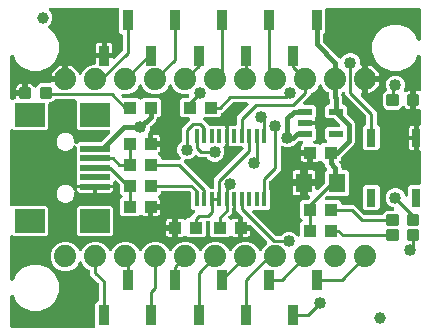
<source format=gbr>
G04 EAGLE Gerber RS-274X export*
G75*
%MOMM*%
%FSLAX34Y34*%
%LPD*%
%INTop Copper*%
%IPPOS*%
%AMOC8*
5,1,8,0,0,1.08239X$1,22.5*%
G01*
%ADD10R,0.850000X1.700000*%
%ADD11R,2.500000X0.500000*%
%ADD12R,2.500000X2.000000*%
%ADD13R,1.200000X0.550000*%
%ADD14R,1.400000X1.600000*%
%ADD15C,1.000000*%
%ADD16R,0.381000X1.143000*%
%ADD17R,1.100000X1.000000*%
%ADD18C,1.879600*%
%ADD19R,0.762000X1.524000*%
%ADD20C,0.300000*%
%ADD21C,0.254000*%
%ADD22C,1.016000*%
%ADD23C,0.406400*%

G36*
X74704Y4068D02*
X74704Y4068D01*
X74730Y4066D01*
X74877Y4088D01*
X75024Y4105D01*
X75049Y4113D01*
X75075Y4117D01*
X75213Y4172D01*
X75352Y4222D01*
X75374Y4236D01*
X75399Y4246D01*
X75520Y4331D01*
X75645Y4411D01*
X75663Y4430D01*
X75685Y4445D01*
X75784Y4555D01*
X75887Y4662D01*
X75901Y4684D01*
X75918Y4704D01*
X75990Y4834D01*
X76066Y4961D01*
X76074Y4986D01*
X76087Y5009D01*
X76127Y5152D01*
X76172Y5293D01*
X76174Y5319D01*
X76182Y5344D01*
X76201Y5588D01*
X76201Y24463D01*
X78037Y26299D01*
X78055Y26301D01*
X78193Y26356D01*
X78332Y26406D01*
X78354Y26420D01*
X78379Y26430D01*
X78500Y26515D01*
X78625Y26595D01*
X78643Y26614D01*
X78665Y26629D01*
X78764Y26739D01*
X78867Y26846D01*
X78881Y26868D01*
X78898Y26888D01*
X78970Y27018D01*
X79046Y27145D01*
X79054Y27170D01*
X79067Y27193D01*
X79107Y27336D01*
X79152Y27477D01*
X79154Y27503D01*
X79162Y27528D01*
X79181Y27772D01*
X79181Y41080D01*
X79167Y41206D01*
X79160Y41332D01*
X79147Y41378D01*
X79141Y41426D01*
X79099Y41545D01*
X79064Y41667D01*
X79040Y41709D01*
X79024Y41754D01*
X78955Y41861D01*
X78894Y41971D01*
X78854Y42017D01*
X78835Y42047D01*
X78800Y42081D01*
X78735Y42157D01*
X71881Y49011D01*
X71881Y52069D01*
X71873Y52145D01*
X71874Y52221D01*
X71853Y52317D01*
X71841Y52415D01*
X71816Y52487D01*
X71799Y52562D01*
X71757Y52650D01*
X71724Y52743D01*
X71682Y52807D01*
X71650Y52876D01*
X71588Y52953D01*
X71535Y53036D01*
X71480Y53089D01*
X71432Y53149D01*
X71355Y53210D01*
X71284Y53278D01*
X71219Y53317D01*
X71159Y53365D01*
X71025Y53433D01*
X70985Y53457D01*
X70967Y53463D01*
X70941Y53476D01*
X69149Y54218D01*
X65648Y57719D01*
X64907Y59508D01*
X64871Y59573D01*
X64852Y59622D01*
X64839Y59640D01*
X64819Y59688D01*
X64774Y59748D01*
X64738Y59813D01*
X64671Y59887D01*
X64611Y59968D01*
X64554Y60016D01*
X64504Y60071D01*
X64421Y60128D01*
X64345Y60193D01*
X64278Y60227D01*
X64217Y60269D01*
X64124Y60306D01*
X64034Y60352D01*
X63962Y60370D01*
X63893Y60397D01*
X63794Y60412D01*
X63696Y60436D01*
X63622Y60437D01*
X63548Y60448D01*
X63448Y60439D01*
X63348Y60441D01*
X63275Y60425D01*
X63201Y60419D01*
X63105Y60388D01*
X63007Y60367D01*
X62940Y60335D01*
X62869Y60312D01*
X62783Y60260D01*
X62692Y60217D01*
X62634Y60170D01*
X62571Y60132D01*
X62498Y60062D01*
X62420Y59999D01*
X62374Y59941D01*
X62321Y59889D01*
X62282Y59829D01*
X62281Y59828D01*
X62277Y59821D01*
X62266Y59805D01*
X62204Y59726D01*
X62158Y59636D01*
X62132Y59596D01*
X62120Y59562D01*
X62110Y59542D01*
X62102Y59529D01*
X62100Y59523D01*
X62093Y59508D01*
X61352Y57719D01*
X57851Y54218D01*
X53276Y52323D01*
X48324Y52323D01*
X43749Y54218D01*
X40248Y57719D01*
X38353Y62294D01*
X38353Y67246D01*
X40248Y71821D01*
X43749Y75322D01*
X48324Y77217D01*
X53276Y77217D01*
X57851Y75322D01*
X61352Y71821D01*
X62093Y70032D01*
X62142Y69944D01*
X62182Y69852D01*
X62226Y69792D01*
X62262Y69727D01*
X62329Y69653D01*
X62389Y69572D01*
X62446Y69524D01*
X62496Y69469D01*
X62579Y69412D01*
X62655Y69347D01*
X62722Y69313D01*
X62783Y69271D01*
X62876Y69234D01*
X62966Y69188D01*
X63038Y69170D01*
X63107Y69143D01*
X63206Y69128D01*
X63304Y69104D01*
X63378Y69103D01*
X63452Y69092D01*
X63552Y69101D01*
X63652Y69099D01*
X63725Y69115D01*
X63799Y69121D01*
X63895Y69152D01*
X63993Y69173D01*
X64060Y69205D01*
X64131Y69228D01*
X64217Y69280D01*
X64308Y69323D01*
X64366Y69370D01*
X64429Y69408D01*
X64501Y69478D01*
X64580Y69541D01*
X64626Y69599D01*
X64679Y69651D01*
X64734Y69735D01*
X64796Y69814D01*
X64842Y69904D01*
X64868Y69944D01*
X64880Y69978D01*
X64907Y70032D01*
X65648Y71821D01*
X69149Y75322D01*
X73724Y77217D01*
X78676Y77217D01*
X83251Y75322D01*
X86752Y71821D01*
X87493Y70032D01*
X87542Y69944D01*
X87582Y69852D01*
X87626Y69792D01*
X87662Y69727D01*
X87729Y69653D01*
X87789Y69572D01*
X87846Y69524D01*
X87896Y69469D01*
X87979Y69412D01*
X88055Y69347D01*
X88122Y69313D01*
X88183Y69271D01*
X88276Y69234D01*
X88366Y69188D01*
X88438Y69170D01*
X88507Y69143D01*
X88606Y69128D01*
X88704Y69104D01*
X88778Y69103D01*
X88852Y69092D01*
X88952Y69101D01*
X89052Y69099D01*
X89125Y69115D01*
X89199Y69121D01*
X89295Y69152D01*
X89393Y69173D01*
X89460Y69205D01*
X89531Y69228D01*
X89617Y69280D01*
X89708Y69323D01*
X89766Y69370D01*
X89829Y69408D01*
X89901Y69478D01*
X89980Y69541D01*
X90026Y69599D01*
X90079Y69651D01*
X90134Y69735D01*
X90196Y69814D01*
X90242Y69904D01*
X90268Y69944D01*
X90280Y69978D01*
X90307Y70032D01*
X91048Y71821D01*
X94549Y75322D01*
X99124Y77217D01*
X104076Y77217D01*
X108651Y75322D01*
X112152Y71821D01*
X112893Y70032D01*
X112942Y69944D01*
X112982Y69852D01*
X113026Y69792D01*
X113062Y69727D01*
X113129Y69653D01*
X113189Y69572D01*
X113246Y69524D01*
X113296Y69469D01*
X113379Y69412D01*
X113455Y69347D01*
X113522Y69313D01*
X113583Y69271D01*
X113676Y69234D01*
X113766Y69188D01*
X113838Y69170D01*
X113907Y69143D01*
X114006Y69128D01*
X114104Y69104D01*
X114178Y69103D01*
X114252Y69092D01*
X114352Y69101D01*
X114452Y69099D01*
X114525Y69115D01*
X114599Y69121D01*
X114695Y69152D01*
X114793Y69173D01*
X114860Y69205D01*
X114931Y69228D01*
X115017Y69280D01*
X115108Y69323D01*
X115166Y69370D01*
X115229Y69408D01*
X115301Y69478D01*
X115380Y69541D01*
X115426Y69599D01*
X115479Y69651D01*
X115534Y69735D01*
X115596Y69814D01*
X115642Y69904D01*
X115668Y69944D01*
X115680Y69978D01*
X115707Y70032D01*
X116448Y71821D01*
X119949Y75322D01*
X124524Y77217D01*
X129476Y77217D01*
X134051Y75322D01*
X137552Y71821D01*
X138293Y70032D01*
X138342Y69944D01*
X138382Y69852D01*
X138426Y69792D01*
X138462Y69727D01*
X138529Y69653D01*
X138589Y69572D01*
X138646Y69524D01*
X138696Y69469D01*
X138779Y69412D01*
X138855Y69347D01*
X138922Y69313D01*
X138983Y69271D01*
X139076Y69234D01*
X139166Y69188D01*
X139238Y69170D01*
X139307Y69143D01*
X139406Y69128D01*
X139504Y69104D01*
X139578Y69103D01*
X139652Y69092D01*
X139752Y69101D01*
X139852Y69099D01*
X139925Y69115D01*
X139999Y69121D01*
X140095Y69152D01*
X140193Y69173D01*
X140260Y69205D01*
X140331Y69228D01*
X140417Y69280D01*
X140508Y69323D01*
X140566Y69370D01*
X140629Y69408D01*
X140701Y69478D01*
X140780Y69541D01*
X140826Y69599D01*
X140879Y69651D01*
X140934Y69735D01*
X140996Y69814D01*
X141042Y69904D01*
X141068Y69944D01*
X141080Y69978D01*
X141107Y70032D01*
X141848Y71821D01*
X145349Y75322D01*
X149924Y77217D01*
X154876Y77217D01*
X159451Y75322D01*
X162952Y71821D01*
X163693Y70032D01*
X163742Y69944D01*
X163782Y69852D01*
X163826Y69792D01*
X163862Y69727D01*
X163929Y69653D01*
X163989Y69572D01*
X164046Y69524D01*
X164096Y69469D01*
X164179Y69412D01*
X164255Y69347D01*
X164322Y69313D01*
X164383Y69271D01*
X164476Y69234D01*
X164566Y69188D01*
X164638Y69170D01*
X164707Y69143D01*
X164806Y69128D01*
X164904Y69104D01*
X164978Y69103D01*
X165052Y69092D01*
X165152Y69101D01*
X165252Y69099D01*
X165325Y69115D01*
X165399Y69121D01*
X165495Y69152D01*
X165593Y69173D01*
X165660Y69205D01*
X165731Y69228D01*
X165817Y69280D01*
X165908Y69323D01*
X165966Y69370D01*
X166029Y69408D01*
X166101Y69478D01*
X166180Y69541D01*
X166226Y69599D01*
X166279Y69651D01*
X166334Y69735D01*
X166396Y69814D01*
X166442Y69904D01*
X166468Y69944D01*
X166480Y69978D01*
X166507Y70032D01*
X167248Y71821D01*
X170749Y75322D01*
X175324Y77217D01*
X180276Y77217D01*
X184851Y75322D01*
X188352Y71821D01*
X189093Y70032D01*
X189142Y69944D01*
X189182Y69852D01*
X189226Y69792D01*
X189262Y69727D01*
X189329Y69653D01*
X189389Y69572D01*
X189446Y69524D01*
X189496Y69469D01*
X189579Y69412D01*
X189655Y69347D01*
X189722Y69313D01*
X189783Y69271D01*
X189876Y69234D01*
X189966Y69188D01*
X190038Y69170D01*
X190107Y69143D01*
X190206Y69128D01*
X190304Y69104D01*
X190378Y69103D01*
X190452Y69092D01*
X190552Y69101D01*
X190652Y69099D01*
X190725Y69115D01*
X190799Y69121D01*
X190895Y69152D01*
X190993Y69173D01*
X191060Y69205D01*
X191131Y69228D01*
X191217Y69280D01*
X191308Y69323D01*
X191366Y69370D01*
X191429Y69408D01*
X191501Y69478D01*
X191580Y69541D01*
X191626Y69599D01*
X191679Y69651D01*
X191734Y69735D01*
X191796Y69814D01*
X191842Y69904D01*
X191868Y69944D01*
X191880Y69978D01*
X191907Y70032D01*
X192648Y71821D01*
X196149Y75322D01*
X200724Y77217D01*
X205676Y77217D01*
X210251Y75322D01*
X213752Y71821D01*
X214493Y70032D01*
X214542Y69944D01*
X214582Y69852D01*
X214626Y69792D01*
X214662Y69727D01*
X214729Y69653D01*
X214789Y69572D01*
X214846Y69524D01*
X214896Y69469D01*
X214979Y69412D01*
X215055Y69347D01*
X215122Y69313D01*
X215183Y69271D01*
X215276Y69234D01*
X215366Y69188D01*
X215438Y69170D01*
X215507Y69143D01*
X215606Y69128D01*
X215704Y69104D01*
X215778Y69103D01*
X215852Y69092D01*
X215952Y69101D01*
X216052Y69099D01*
X216125Y69115D01*
X216199Y69121D01*
X216295Y69152D01*
X216393Y69173D01*
X216460Y69205D01*
X216531Y69228D01*
X216617Y69280D01*
X216708Y69323D01*
X216766Y69370D01*
X216829Y69408D01*
X216901Y69478D01*
X216980Y69541D01*
X217026Y69599D01*
X217079Y69651D01*
X217134Y69735D01*
X217196Y69814D01*
X217242Y69904D01*
X217268Y69944D01*
X217280Y69978D01*
X217307Y70032D01*
X218048Y71821D01*
X221383Y75155D01*
X221399Y75176D01*
X221419Y75193D01*
X221508Y75312D01*
X221600Y75428D01*
X221611Y75452D01*
X221626Y75473D01*
X221685Y75609D01*
X221748Y75743D01*
X221754Y75769D01*
X221764Y75793D01*
X221791Y75939D01*
X221822Y76084D01*
X221821Y76110D01*
X221826Y76136D01*
X221818Y76285D01*
X221816Y76433D01*
X221809Y76458D01*
X221808Y76484D01*
X221767Y76627D01*
X221731Y76770D01*
X221719Y76794D01*
X221712Y76819D01*
X221639Y76949D01*
X221571Y77080D01*
X221554Y77100D01*
X221541Y77123D01*
X221383Y77309D01*
X207739Y90953D01*
X207640Y91032D01*
X207546Y91116D01*
X207504Y91140D01*
X207466Y91170D01*
X207352Y91224D01*
X207241Y91285D01*
X207195Y91298D01*
X207151Y91319D01*
X207028Y91345D01*
X206906Y91380D01*
X206845Y91385D01*
X206810Y91392D01*
X206762Y91391D01*
X206662Y91399D01*
X201499Y91399D01*
X201499Y96562D01*
X201485Y96688D01*
X201478Y96814D01*
X201465Y96860D01*
X201459Y96908D01*
X201417Y97027D01*
X201382Y97149D01*
X201358Y97191D01*
X201342Y97236D01*
X201273Y97343D01*
X201212Y97453D01*
X201172Y97499D01*
X201153Y97529D01*
X201118Y97563D01*
X201053Y97639D01*
X195706Y102986D01*
X195706Y103124D01*
X195703Y103150D01*
X195705Y103176D01*
X195683Y103323D01*
X195666Y103470D01*
X195658Y103495D01*
X195654Y103521D01*
X195599Y103659D01*
X195549Y103798D01*
X195535Y103820D01*
X195525Y103845D01*
X195440Y103966D01*
X195360Y104091D01*
X195341Y104109D01*
X195326Y104131D01*
X195216Y104230D01*
X195198Y104247D01*
X195198Y105167D01*
X195187Y105268D01*
X195185Y105367D01*
X195179Y105392D01*
X195177Y105419D01*
X195164Y105465D01*
X195159Y105513D01*
X195124Y105609D01*
X195100Y105705D01*
X195088Y105728D01*
X195081Y105754D01*
X195057Y105796D01*
X195041Y105841D01*
X194986Y105926D01*
X194940Y106015D01*
X194924Y106035D01*
X194911Y106058D01*
X194871Y106104D01*
X194852Y106134D01*
X194817Y106168D01*
X194752Y106244D01*
X194732Y106261D01*
X194715Y106281D01*
X194655Y106325D01*
X194601Y106376D01*
X194538Y106415D01*
X194479Y106461D01*
X194455Y106472D01*
X194434Y106488D01*
X194366Y106517D01*
X194302Y106555D01*
X194232Y106578D01*
X194164Y106610D01*
X194138Y106615D01*
X194114Y106626D01*
X194040Y106639D01*
X193970Y106661D01*
X193897Y106667D01*
X193823Y106683D01*
X193797Y106683D01*
X193771Y106687D01*
X193696Y106684D01*
X193623Y106689D01*
X193550Y106679D01*
X193475Y106677D01*
X193449Y106671D01*
X193423Y106670D01*
X193351Y106649D01*
X193278Y106638D01*
X193210Y106611D01*
X193137Y106592D01*
X193114Y106580D01*
X193088Y106573D01*
X193023Y106536D01*
X192954Y106509D01*
X192894Y106467D01*
X192827Y106433D01*
X192807Y106416D01*
X192784Y106403D01*
X192707Y106337D01*
X192668Y106310D01*
X192644Y106284D01*
X192598Y106244D01*
X192582Y106224D01*
X192562Y106207D01*
X192502Y106126D01*
X192434Y106051D01*
X192411Y106009D01*
X192381Y105971D01*
X192370Y105947D01*
X192354Y105927D01*
X192315Y105835D01*
X192266Y105746D01*
X192253Y105700D01*
X192232Y105656D01*
X192227Y105630D01*
X192216Y105606D01*
X192199Y105509D01*
X192171Y105411D01*
X192166Y105350D01*
X192159Y105315D01*
X192159Y105288D01*
X192155Y105263D01*
X192157Y105229D01*
X192152Y105167D01*
X192152Y104258D01*
X192061Y104157D01*
X191958Y104050D01*
X191944Y104028D01*
X191927Y104008D01*
X191855Y103878D01*
X191779Y103751D01*
X191771Y103726D01*
X191758Y103703D01*
X191718Y103560D01*
X191673Y103419D01*
X191671Y103393D01*
X191663Y103368D01*
X191644Y103124D01*
X191644Y101716D01*
X188897Y98969D01*
X188880Y98949D01*
X188860Y98932D01*
X188772Y98812D01*
X188680Y98696D01*
X188669Y98672D01*
X188653Y98651D01*
X188594Y98515D01*
X188531Y98381D01*
X188526Y98355D01*
X188515Y98331D01*
X188489Y98185D01*
X188458Y98040D01*
X188458Y98014D01*
X188454Y97988D01*
X188461Y97840D01*
X188464Y97692D01*
X188470Y97666D01*
X188471Y97640D01*
X188513Y97498D01*
X188549Y97354D01*
X188561Y97331D01*
X188568Y97305D01*
X188641Y97176D01*
X188708Y97044D01*
X188725Y97024D01*
X188738Y97001D01*
X188897Y96815D01*
X189782Y95929D01*
X189803Y95913D01*
X189820Y95893D01*
X189939Y95805D01*
X190055Y95713D01*
X190079Y95702D01*
X190100Y95686D01*
X190236Y95627D01*
X190370Y95564D01*
X190396Y95558D01*
X190420Y95548D01*
X190566Y95522D01*
X190711Y95491D01*
X190737Y95491D01*
X190763Y95486D01*
X190911Y95494D01*
X191059Y95497D01*
X191085Y95503D01*
X191111Y95504D01*
X191253Y95545D01*
X191397Y95582D01*
X191421Y95594D01*
X191446Y95601D01*
X191575Y95673D01*
X191707Y95741D01*
X191727Y95758D01*
X191750Y95771D01*
X191936Y95929D01*
X191940Y95933D01*
X192519Y96268D01*
X193165Y96441D01*
X196501Y96441D01*
X196501Y89876D01*
X196504Y89850D01*
X196502Y89824D01*
X196524Y89677D01*
X196541Y89530D01*
X196549Y89505D01*
X196553Y89479D01*
X196608Y89342D01*
X196658Y89202D01*
X196672Y89180D01*
X196682Y89155D01*
X196767Y89034D01*
X196847Y88909D01*
X196860Y88897D01*
X196815Y88850D01*
X196801Y88827D01*
X196784Y88808D01*
X196712Y88678D01*
X196636Y88551D01*
X196628Y88526D01*
X196615Y88503D01*
X196575Y88360D01*
X196530Y88219D01*
X196527Y88193D01*
X196520Y88168D01*
X196501Y87924D01*
X196501Y81359D01*
X193165Y81359D01*
X192519Y81532D01*
X191940Y81867D01*
X191936Y81871D01*
X191916Y81887D01*
X191899Y81907D01*
X191779Y81995D01*
X191663Y82087D01*
X191640Y82098D01*
X191618Y82114D01*
X191482Y82173D01*
X191348Y82236D01*
X191323Y82242D01*
X191298Y82252D01*
X191152Y82278D01*
X191007Y82309D01*
X190981Y82309D01*
X190955Y82314D01*
X190807Y82306D01*
X190659Y82303D01*
X190634Y82297D01*
X190607Y82296D01*
X190465Y82255D01*
X190321Y82218D01*
X190298Y82206D01*
X190273Y82199D01*
X190143Y82127D01*
X190011Y82059D01*
X189991Y82042D01*
X189968Y82029D01*
X189782Y81871D01*
X188763Y80851D01*
X175237Y80851D01*
X173451Y82637D01*
X173451Y93218D01*
X173448Y93244D01*
X173450Y93270D01*
X173428Y93417D01*
X173411Y93564D01*
X173403Y93589D01*
X173399Y93615D01*
X173344Y93753D01*
X173294Y93892D01*
X173280Y93914D01*
X173270Y93939D01*
X173185Y94060D01*
X173105Y94185D01*
X173086Y94203D01*
X173071Y94225D01*
X172961Y94324D01*
X172854Y94427D01*
X172832Y94441D01*
X172812Y94458D01*
X172682Y94530D01*
X172555Y94606D01*
X172530Y94614D01*
X172507Y94627D01*
X172364Y94667D01*
X172223Y94712D01*
X172197Y94714D01*
X172172Y94722D01*
X171928Y94741D01*
X170972Y94741D01*
X170946Y94738D01*
X170920Y94740D01*
X170773Y94718D01*
X170626Y94701D01*
X170601Y94693D01*
X170575Y94689D01*
X170437Y94634D01*
X170298Y94584D01*
X170276Y94570D01*
X170251Y94560D01*
X170130Y94475D01*
X170005Y94395D01*
X169987Y94376D01*
X169965Y94361D01*
X169866Y94251D01*
X169763Y94144D01*
X169749Y94122D01*
X169732Y94102D01*
X169660Y93972D01*
X169584Y93845D01*
X169576Y93820D01*
X169563Y93797D01*
X169523Y93654D01*
X169478Y93513D01*
X169476Y93487D01*
X169468Y93462D01*
X169449Y93218D01*
X169449Y82637D01*
X167663Y80851D01*
X154137Y80851D01*
X153118Y81871D01*
X153097Y81887D01*
X153080Y81907D01*
X152961Y81995D01*
X152845Y82087D01*
X152821Y82098D01*
X152800Y82114D01*
X152664Y82173D01*
X152530Y82236D01*
X152504Y82242D01*
X152480Y82252D01*
X152334Y82278D01*
X152189Y82309D01*
X152163Y82309D01*
X152137Y82314D01*
X151989Y82306D01*
X151841Y82303D01*
X151815Y82297D01*
X151789Y82296D01*
X151646Y82255D01*
X151503Y82218D01*
X151479Y82206D01*
X151454Y82199D01*
X151324Y82127D01*
X151193Y82059D01*
X151173Y82042D01*
X151150Y82029D01*
X150964Y81871D01*
X150960Y81867D01*
X150381Y81532D01*
X149735Y81359D01*
X146399Y81359D01*
X146399Y87924D01*
X146396Y87950D01*
X146398Y87976D01*
X146376Y88123D01*
X146359Y88270D01*
X146351Y88295D01*
X146347Y88321D01*
X146292Y88458D01*
X146242Y88598D01*
X146228Y88620D01*
X146218Y88645D01*
X146133Y88766D01*
X146053Y88891D01*
X146040Y88903D01*
X146085Y88950D01*
X146099Y88973D01*
X146116Y88992D01*
X146188Y89122D01*
X146264Y89249D01*
X146272Y89274D01*
X146285Y89297D01*
X146325Y89440D01*
X146370Y89581D01*
X146372Y89607D01*
X146380Y89632D01*
X146399Y89876D01*
X146399Y96441D01*
X149735Y96441D01*
X150381Y96268D01*
X150960Y95933D01*
X150964Y95929D01*
X150984Y95913D01*
X151001Y95893D01*
X151121Y95805D01*
X151237Y95713D01*
X151260Y95702D01*
X151282Y95686D01*
X151418Y95627D01*
X151552Y95564D01*
X151577Y95558D01*
X151602Y95548D01*
X151748Y95522D01*
X151893Y95491D01*
X151919Y95491D01*
X151945Y95486D01*
X152093Y95494D01*
X152241Y95497D01*
X152266Y95503D01*
X152293Y95504D01*
X152435Y95545D01*
X152579Y95582D01*
X152602Y95594D01*
X152627Y95601D01*
X152757Y95673D01*
X152889Y95741D01*
X152909Y95758D01*
X152932Y95771D01*
X153118Y95929D01*
X154137Y96949D01*
X155058Y96949D01*
X155084Y96952D01*
X155110Y96950D01*
X155257Y96972D01*
X155404Y96989D01*
X155429Y96997D01*
X155455Y97001D01*
X155593Y97056D01*
X155732Y97106D01*
X155754Y97120D01*
X155779Y97130D01*
X155900Y97215D01*
X156025Y97295D01*
X156043Y97314D01*
X156065Y97329D01*
X156164Y97439D01*
X156267Y97546D01*
X156281Y97568D01*
X156298Y97588D01*
X156358Y97695D01*
X159065Y100403D01*
X160201Y101539D01*
X160264Y101618D01*
X160334Y101690D01*
X160372Y101754D01*
X160418Y101812D01*
X160461Y101903D01*
X160512Y101989D01*
X160535Y102060D01*
X160567Y102127D01*
X160588Y102225D01*
X160619Y102321D01*
X160625Y102395D01*
X160640Y102468D01*
X160639Y102568D01*
X160647Y102668D01*
X160636Y102742D01*
X160634Y102816D01*
X160610Y102913D01*
X160595Y103013D01*
X160567Y103082D01*
X160549Y103154D01*
X160503Y103243D01*
X160466Y103337D01*
X160424Y103398D01*
X160390Y103464D01*
X160325Y103540D01*
X160267Y103623D01*
X160212Y103673D01*
X160164Y103729D01*
X160083Y103789D01*
X160008Y103856D01*
X159943Y103892D01*
X159884Y103937D01*
X159791Y103976D01*
X159703Y104025D01*
X159632Y104045D01*
X159564Y104075D01*
X159465Y104092D01*
X159368Y104120D01*
X159268Y104128D01*
X159221Y104136D01*
X159185Y104134D01*
X159124Y104139D01*
X158757Y104139D01*
X156971Y105925D01*
X156971Y118230D01*
X156957Y118356D01*
X156950Y118482D01*
X156937Y118528D01*
X156931Y118576D01*
X156889Y118695D01*
X156854Y118817D01*
X156830Y118859D01*
X156814Y118904D01*
X156745Y119011D01*
X156684Y119121D01*
X156644Y119167D01*
X156625Y119197D01*
X156590Y119231D01*
X156525Y119307D01*
X156137Y119695D01*
X156038Y119774D01*
X155944Y119858D01*
X155902Y119882D01*
X155864Y119912D01*
X155750Y119966D01*
X155639Y120027D01*
X155593Y120040D01*
X155549Y120061D01*
X155426Y120087D01*
X155304Y120122D01*
X155243Y120127D01*
X155208Y120134D01*
X155160Y120133D01*
X155060Y120141D01*
X132872Y120141D01*
X132846Y120138D01*
X132820Y120140D01*
X132673Y120118D01*
X132526Y120101D01*
X132501Y120093D01*
X132475Y120089D01*
X132337Y120034D01*
X132198Y119984D01*
X132176Y119970D01*
X132151Y119960D01*
X132030Y119875D01*
X131905Y119795D01*
X131887Y119776D01*
X131865Y119761D01*
X131766Y119651D01*
X131663Y119544D01*
X131649Y119522D01*
X131632Y119502D01*
X131560Y119372D01*
X131484Y119245D01*
X131476Y119220D01*
X131463Y119197D01*
X131423Y119054D01*
X131378Y118913D01*
X131376Y118887D01*
X131368Y118862D01*
X131349Y118618D01*
X131349Y118197D01*
X129365Y116213D01*
X129333Y116173D01*
X129295Y116139D01*
X129225Y116037D01*
X129148Y115940D01*
X129126Y115894D01*
X129097Y115852D01*
X129052Y115737D01*
X128999Y115625D01*
X128988Y115575D01*
X128970Y115528D01*
X128952Y115405D01*
X128926Y115284D01*
X128927Y115233D01*
X128919Y115183D01*
X128930Y115059D01*
X128932Y114936D01*
X128944Y114886D01*
X128949Y114836D01*
X128987Y114718D01*
X129017Y114598D01*
X129040Y114553D01*
X129056Y114504D01*
X129120Y114398D01*
X129176Y114288D01*
X129209Y114249D01*
X129236Y114206D01*
X129322Y114117D01*
X129402Y114023D01*
X129443Y113992D01*
X129479Y113956D01*
X129680Y113817D01*
X129682Y113816D01*
X129683Y113816D01*
X129683Y113815D01*
X129860Y113713D01*
X130333Y113240D01*
X130668Y112661D01*
X130841Y112015D01*
X130841Y109179D01*
X123776Y109179D01*
X123750Y109176D01*
X123724Y109178D01*
X123577Y109156D01*
X123430Y109139D01*
X123405Y109131D01*
X123379Y109127D01*
X123242Y109072D01*
X123102Y109022D01*
X123080Y109008D01*
X123055Y108998D01*
X122934Y108913D01*
X122809Y108833D01*
X122791Y108814D01*
X122769Y108799D01*
X122670Y108689D01*
X122567Y108582D01*
X122553Y108560D01*
X122536Y108540D01*
X122464Y108410D01*
X122388Y108283D01*
X122380Y108258D01*
X122367Y108235D01*
X122327Y108092D01*
X122282Y107951D01*
X122280Y107925D01*
X122273Y107900D01*
X122253Y107656D01*
X122253Y107227D01*
X121824Y107227D01*
X121798Y107224D01*
X121772Y107226D01*
X121625Y107204D01*
X121478Y107187D01*
X121453Y107178D01*
X121427Y107174D01*
X121289Y107120D01*
X121150Y107070D01*
X121128Y107055D01*
X121103Y107046D01*
X120982Y106961D01*
X120857Y106881D01*
X120839Y106862D01*
X120817Y106847D01*
X120718Y106737D01*
X120615Y106630D01*
X120601Y106607D01*
X120584Y106588D01*
X120512Y106458D01*
X120436Y106331D01*
X120428Y106306D01*
X120415Y106283D01*
X120375Y106140D01*
X120330Y105999D01*
X120327Y105973D01*
X120320Y105948D01*
X120301Y105704D01*
X120301Y99139D01*
X116965Y99139D01*
X116319Y99312D01*
X115740Y99647D01*
X115736Y99651D01*
X115716Y99667D01*
X115699Y99687D01*
X115579Y99775D01*
X115463Y99867D01*
X115440Y99878D01*
X115418Y99894D01*
X115282Y99953D01*
X115148Y100016D01*
X115123Y100022D01*
X115098Y100032D01*
X114952Y100058D01*
X114807Y100089D01*
X114781Y100089D01*
X114755Y100094D01*
X114607Y100086D01*
X114459Y100083D01*
X114434Y100077D01*
X114407Y100076D01*
X114265Y100035D01*
X114121Y99998D01*
X114098Y99986D01*
X114073Y99979D01*
X113943Y99907D01*
X113811Y99839D01*
X113791Y99822D01*
X113768Y99809D01*
X113582Y99651D01*
X112563Y98631D01*
X99037Y98631D01*
X97251Y100417D01*
X97251Y112943D01*
X98801Y114493D01*
X98818Y114514D01*
X98838Y114530D01*
X98926Y114650D01*
X99018Y114766D01*
X99029Y114790D01*
X99045Y114811D01*
X99104Y114947D01*
X99167Y115081D01*
X99172Y115107D01*
X99183Y115131D01*
X99209Y115277D01*
X99240Y115422D01*
X99240Y115448D01*
X99244Y115474D01*
X99237Y115622D01*
X99234Y115770D01*
X99228Y115796D01*
X99227Y115822D01*
X99185Y115964D01*
X99149Y116108D01*
X99137Y116131D01*
X99130Y116157D01*
X99058Y116286D01*
X98990Y116418D01*
X98973Y116438D01*
X98960Y116461D01*
X98801Y116647D01*
X97251Y118197D01*
X97251Y124610D01*
X97237Y124736D01*
X97230Y124862D01*
X97217Y124908D01*
X97211Y124956D01*
X97169Y125075D01*
X97134Y125197D01*
X97110Y125239D01*
X97094Y125285D01*
X97025Y125391D01*
X96964Y125501D01*
X96924Y125547D01*
X96905Y125577D01*
X96870Y125611D01*
X96805Y125687D01*
X93949Y128543D01*
X93871Y128606D01*
X93798Y128676D01*
X93734Y128714D01*
X93676Y128760D01*
X93585Y128803D01*
X93499Y128854D01*
X93428Y128877D01*
X93361Y128909D01*
X93263Y128930D01*
X93167Y128961D01*
X93093Y128967D01*
X93020Y128982D01*
X92920Y128981D01*
X92820Y128989D01*
X92746Y128978D01*
X92672Y128976D01*
X92575Y128952D01*
X92475Y128937D01*
X92406Y128909D01*
X92334Y128891D01*
X92244Y128845D01*
X92151Y128808D01*
X92090Y128766D01*
X92024Y128732D01*
X91947Y128666D01*
X91865Y128609D01*
X91815Y128554D01*
X91759Y128506D01*
X91699Y128425D01*
X91632Y128350D01*
X91596Y128285D01*
X91551Y128226D01*
X91512Y128133D01*
X91471Y128059D01*
X91274Y127862D01*
X91180Y127744D01*
X91082Y127628D01*
X91072Y127607D01*
X91057Y127589D01*
X90992Y127452D01*
X90924Y127318D01*
X90918Y127295D01*
X90908Y127274D01*
X90876Y127126D01*
X90840Y126980D01*
X90840Y126956D01*
X90835Y126933D01*
X90837Y126783D01*
X90835Y126631D01*
X90840Y126603D01*
X90841Y126585D01*
X90841Y126584D01*
X90841Y125223D01*
X75800Y125223D01*
X60759Y125223D01*
X60759Y126631D01*
X60770Y126689D01*
X60768Y126712D01*
X60772Y126735D01*
X60759Y126886D01*
X60752Y127037D01*
X60745Y127059D01*
X60743Y127083D01*
X60697Y127227D01*
X60655Y127372D01*
X60644Y127392D01*
X60636Y127415D01*
X60559Y127544D01*
X60485Y127676D01*
X60467Y127697D01*
X60457Y127713D01*
X60424Y127747D01*
X60326Y127862D01*
X60251Y127937D01*
X60251Y157134D01*
X60246Y157184D01*
X60248Y157234D01*
X60226Y157357D01*
X60211Y157480D01*
X60194Y157527D01*
X60185Y157577D01*
X60136Y157691D01*
X60094Y157808D01*
X60067Y157850D01*
X60046Y157897D01*
X59972Y157997D01*
X59905Y158101D01*
X59869Y158136D01*
X59839Y158176D01*
X59744Y158257D01*
X59654Y158343D01*
X59611Y158369D01*
X59573Y158401D01*
X59462Y158458D01*
X59355Y158522D01*
X59307Y158537D01*
X59262Y158560D01*
X59142Y158590D01*
X59023Y158628D01*
X58973Y158632D01*
X58924Y158644D01*
X58800Y158646D01*
X58676Y158656D01*
X58626Y158649D01*
X58576Y158649D01*
X58454Y158623D01*
X58331Y158604D01*
X58284Y158586D01*
X58235Y158575D01*
X58123Y158522D01*
X58007Y158476D01*
X57966Y158447D01*
X57920Y158425D01*
X57823Y158348D01*
X57721Y158277D01*
X57687Y158239D01*
X57648Y158208D01*
X57571Y158110D01*
X57488Y158018D01*
X57463Y157974D01*
X57432Y157934D01*
X57321Y157717D01*
X57319Y157713D01*
X57200Y157424D01*
X55076Y155301D01*
X52302Y154151D01*
X49298Y154151D01*
X46524Y155301D01*
X44401Y157424D01*
X43251Y160198D01*
X43251Y163202D01*
X44401Y165976D01*
X46524Y168099D01*
X49298Y169249D01*
X52302Y169249D01*
X55076Y168099D01*
X57199Y165976D01*
X58349Y163202D01*
X58349Y161238D01*
X58360Y161138D01*
X58362Y161038D01*
X58380Y160965D01*
X58389Y160892D01*
X58422Y160797D01*
X58447Y160700D01*
X58481Y160633D01*
X58506Y160563D01*
X58561Y160479D01*
X58607Y160390D01*
X58655Y160333D01*
X58695Y160271D01*
X58767Y160201D01*
X58832Y160124D01*
X58892Y160080D01*
X58946Y160028D01*
X59032Y159977D01*
X59113Y159917D01*
X59181Y159888D01*
X59245Y159850D01*
X59341Y159819D01*
X59433Y159779D01*
X59506Y159766D01*
X59577Y159743D01*
X59677Y159735D01*
X59776Y159718D01*
X59850Y159721D01*
X59924Y159715D01*
X60024Y159730D01*
X60124Y159735D01*
X60195Y159756D01*
X60269Y159767D01*
X60362Y159804D01*
X60459Y159832D01*
X60524Y159868D01*
X60593Y159896D01*
X60675Y159953D01*
X60763Y160002D01*
X60839Y160067D01*
X60879Y160095D01*
X60903Y160121D01*
X60949Y160161D01*
X62037Y161249D01*
X79773Y161249D01*
X79898Y161263D01*
X80024Y161270D01*
X80071Y161283D01*
X80119Y161289D01*
X80238Y161331D01*
X80359Y161366D01*
X80401Y161390D01*
X80447Y161406D01*
X80553Y161475D01*
X80663Y161536D01*
X80710Y161576D01*
X80740Y161595D01*
X80773Y161630D01*
X80850Y161695D01*
X88206Y169051D01*
X88268Y169129D01*
X88338Y169202D01*
X88376Y169266D01*
X88422Y169324D01*
X88465Y169415D01*
X88517Y169501D01*
X88539Y169572D01*
X88571Y169639D01*
X88592Y169737D01*
X88623Y169833D01*
X88629Y169907D01*
X88645Y169980D01*
X88643Y170080D01*
X88651Y170180D01*
X88640Y170254D01*
X88639Y170328D01*
X88614Y170425D01*
X88599Y170525D01*
X88572Y170594D01*
X88554Y170666D01*
X88508Y170756D01*
X88471Y170849D01*
X88428Y170910D01*
X88394Y170976D01*
X88329Y171053D01*
X88272Y171135D01*
X88216Y171185D01*
X88168Y171241D01*
X88087Y171301D01*
X88013Y171368D01*
X87948Y171404D01*
X87888Y171449D01*
X87796Y171488D01*
X87708Y171537D01*
X87636Y171557D01*
X87568Y171587D01*
X87469Y171604D01*
X87372Y171632D01*
X87272Y171640D01*
X87225Y171648D01*
X87189Y171646D01*
X87129Y171651D01*
X62037Y171651D01*
X60251Y173437D01*
X60251Y196088D01*
X60248Y196114D01*
X60250Y196140D01*
X60228Y196287D01*
X60211Y196434D01*
X60203Y196459D01*
X60199Y196485D01*
X60144Y196623D01*
X60094Y196762D01*
X60080Y196784D01*
X60070Y196809D01*
X59985Y196930D01*
X59905Y197055D01*
X59886Y197073D01*
X59871Y197095D01*
X59762Y197194D01*
X59654Y197297D01*
X59632Y197311D01*
X59612Y197328D01*
X59482Y197400D01*
X59355Y197476D01*
X59330Y197484D01*
X59307Y197497D01*
X59164Y197537D01*
X59023Y197582D01*
X58997Y197584D01*
X58972Y197592D01*
X58728Y197611D01*
X42645Y197611D01*
X42520Y197597D01*
X42393Y197590D01*
X42347Y197577D01*
X42299Y197571D01*
X42180Y197529D01*
X42058Y197494D01*
X42016Y197470D01*
X41971Y197454D01*
X41865Y197385D01*
X41754Y197324D01*
X41708Y197284D01*
X41678Y197265D01*
X41644Y197230D01*
X41568Y197165D01*
X40247Y195844D01*
X38575Y195151D01*
X37872Y195151D01*
X37846Y195148D01*
X37820Y195150D01*
X37673Y195128D01*
X37526Y195111D01*
X37501Y195103D01*
X37475Y195099D01*
X37337Y195044D01*
X37198Y194994D01*
X37176Y194980D01*
X37151Y194970D01*
X37030Y194885D01*
X36905Y194805D01*
X36887Y194786D01*
X36865Y194771D01*
X36766Y194661D01*
X36663Y194554D01*
X36649Y194532D01*
X36632Y194512D01*
X36560Y194382D01*
X36484Y194255D01*
X36476Y194230D01*
X36463Y194207D01*
X36423Y194064D01*
X36378Y193923D01*
X36376Y193897D01*
X36368Y193872D01*
X36349Y193628D01*
X36349Y173437D01*
X34563Y171651D01*
X7037Y171651D01*
X6665Y172023D01*
X6586Y172086D01*
X6514Y172156D01*
X6450Y172194D01*
X6392Y172240D01*
X6301Y172283D01*
X6215Y172334D01*
X6144Y172357D01*
X6077Y172389D01*
X5979Y172410D01*
X5883Y172441D01*
X5809Y172447D01*
X5736Y172462D01*
X5636Y172461D01*
X5536Y172469D01*
X5462Y172458D01*
X5388Y172456D01*
X5291Y172432D01*
X5191Y172417D01*
X5122Y172389D01*
X5050Y172371D01*
X4961Y172325D01*
X4867Y172288D01*
X4806Y172246D01*
X4740Y172212D01*
X4663Y172146D01*
X4581Y172089D01*
X4531Y172034D01*
X4475Y171986D01*
X4415Y171905D01*
X4348Y171830D01*
X4312Y171765D01*
X4267Y171706D01*
X4228Y171613D01*
X4179Y171525D01*
X4159Y171454D01*
X4129Y171386D01*
X4112Y171287D01*
X4084Y171190D01*
X4076Y171090D01*
X4068Y171043D01*
X4070Y171007D01*
X4065Y170946D01*
X4065Y108454D01*
X4076Y108354D01*
X4078Y108254D01*
X4096Y108181D01*
X4105Y108108D01*
X4138Y108013D01*
X4163Y107916D01*
X4197Y107849D01*
X4222Y107779D01*
X4277Y107695D01*
X4323Y107606D01*
X4371Y107549D01*
X4411Y107487D01*
X4483Y107417D01*
X4548Y107340D01*
X4608Y107296D01*
X4662Y107244D01*
X4748Y107193D01*
X4829Y107133D01*
X4897Y107104D01*
X4961Y107066D01*
X5056Y107035D01*
X5149Y106995D01*
X5222Y106982D01*
X5293Y106959D01*
X5393Y106951D01*
X5492Y106934D01*
X5566Y106937D01*
X5640Y106931D01*
X5740Y106946D01*
X5840Y106951D01*
X5911Y106972D01*
X5985Y106983D01*
X6078Y107020D01*
X6175Y107048D01*
X6240Y107084D01*
X6309Y107112D01*
X6391Y107169D01*
X6479Y107218D01*
X6555Y107283D01*
X6595Y107311D01*
X6619Y107337D01*
X6665Y107377D01*
X7037Y107749D01*
X34563Y107749D01*
X36349Y105963D01*
X36349Y83437D01*
X34563Y81651D01*
X7037Y81651D01*
X6665Y82023D01*
X6586Y82086D01*
X6514Y82156D01*
X6450Y82194D01*
X6392Y82240D01*
X6301Y82283D01*
X6215Y82334D01*
X6144Y82357D01*
X6077Y82389D01*
X5979Y82410D01*
X5883Y82441D01*
X5809Y82447D01*
X5736Y82462D01*
X5636Y82461D01*
X5536Y82469D01*
X5462Y82458D01*
X5388Y82456D01*
X5291Y82432D01*
X5191Y82417D01*
X5122Y82389D01*
X5050Y82371D01*
X4961Y82325D01*
X4867Y82288D01*
X4806Y82246D01*
X4740Y82212D01*
X4663Y82146D01*
X4581Y82089D01*
X4531Y82034D01*
X4475Y81986D01*
X4415Y81905D01*
X4348Y81830D01*
X4312Y81765D01*
X4267Y81706D01*
X4228Y81613D01*
X4179Y81525D01*
X4159Y81454D01*
X4129Y81386D01*
X4112Y81287D01*
X4084Y81190D01*
X4076Y81090D01*
X4068Y81043D01*
X4070Y81007D01*
X4065Y80946D01*
X4065Y45359D01*
X4070Y45309D01*
X4068Y45259D01*
X4090Y45137D01*
X4105Y45013D01*
X4122Y44966D01*
X4131Y44916D01*
X4180Y44802D01*
X4222Y44685D01*
X4249Y44643D01*
X4269Y44597D01*
X4344Y44497D01*
X4411Y44392D01*
X4447Y44357D01*
X4477Y44317D01*
X4572Y44237D01*
X4662Y44150D01*
X4705Y44124D01*
X4743Y44092D01*
X4854Y44035D01*
X4961Y43971D01*
X5009Y43956D01*
X5054Y43933D01*
X5174Y43903D01*
X5293Y43865D01*
X5343Y43861D01*
X5392Y43849D01*
X5516Y43847D01*
X5640Y43837D01*
X5690Y43844D01*
X5740Y43844D01*
X5862Y43870D01*
X5985Y43889D01*
X6032Y43907D01*
X6081Y43918D01*
X6193Y43971D01*
X6309Y44017D01*
X6350Y44046D01*
X6396Y44068D01*
X6493Y44145D01*
X6595Y44216D01*
X6629Y44254D01*
X6668Y44285D01*
X6745Y44383D01*
X6828Y44475D01*
X6853Y44519D01*
X6884Y44559D01*
X6995Y44776D01*
X8819Y49179D01*
X14321Y54681D01*
X21510Y57659D01*
X29290Y57659D01*
X36479Y54681D01*
X41981Y49179D01*
X44959Y41990D01*
X44959Y34210D01*
X41981Y27021D01*
X36479Y21519D01*
X29290Y18541D01*
X21510Y18541D01*
X14321Y21519D01*
X8819Y27021D01*
X6995Y31424D01*
X6971Y31468D01*
X6954Y31515D01*
X6886Y31619D01*
X6826Y31728D01*
X6792Y31765D01*
X6765Y31808D01*
X6675Y31894D01*
X6592Y31986D01*
X6550Y32015D01*
X6514Y32050D01*
X6407Y32114D01*
X6305Y32184D01*
X6258Y32203D01*
X6215Y32229D01*
X6097Y32267D01*
X5981Y32312D01*
X5931Y32320D01*
X5883Y32335D01*
X5759Y32345D01*
X5636Y32363D01*
X5586Y32359D01*
X5536Y32363D01*
X5413Y32345D01*
X5289Y32334D01*
X5241Y32319D01*
X5191Y32311D01*
X5076Y32265D01*
X4957Y32227D01*
X4914Y32201D01*
X4867Y32183D01*
X4765Y32112D01*
X4659Y32047D01*
X4622Y32012D01*
X4581Y31984D01*
X4498Y31891D01*
X4409Y31805D01*
X4381Y31762D01*
X4348Y31725D01*
X4288Y31616D01*
X4220Y31511D01*
X4203Y31464D01*
X4179Y31420D01*
X4145Y31300D01*
X4104Y31183D01*
X4098Y31133D01*
X4084Y31084D01*
X4065Y30841D01*
X4065Y5588D01*
X4068Y5562D01*
X4066Y5536D01*
X4088Y5389D01*
X4105Y5242D01*
X4113Y5217D01*
X4117Y5191D01*
X4172Y5053D01*
X4222Y4914D01*
X4236Y4892D01*
X4246Y4867D01*
X4331Y4746D01*
X4411Y4621D01*
X4430Y4603D01*
X4445Y4581D01*
X4555Y4482D01*
X4662Y4379D01*
X4684Y4365D01*
X4704Y4348D01*
X4834Y4276D01*
X4961Y4200D01*
X4986Y4192D01*
X5009Y4179D01*
X5152Y4139D01*
X5293Y4094D01*
X5319Y4092D01*
X5344Y4084D01*
X5588Y4065D01*
X74678Y4065D01*
X74704Y4068D01*
G37*
G36*
X318754Y99577D02*
X318754Y99577D01*
X318830Y99576D01*
X318926Y99597D01*
X319024Y99609D01*
X319096Y99634D01*
X319171Y99651D01*
X319259Y99693D01*
X319352Y99726D01*
X319416Y99768D01*
X319485Y99800D01*
X319562Y99862D01*
X319645Y99915D01*
X319698Y99970D01*
X319758Y100018D01*
X319819Y100095D01*
X319887Y100166D01*
X319926Y100231D01*
X319974Y100291D01*
X320042Y100424D01*
X320066Y100465D01*
X320072Y100483D01*
X320085Y100509D01*
X320424Y101327D01*
X321703Y102606D01*
X323375Y103299D01*
X327860Y103299D01*
X327910Y103304D01*
X327960Y103302D01*
X328083Y103324D01*
X328206Y103339D01*
X328254Y103356D01*
X328303Y103365D01*
X328417Y103414D01*
X328534Y103456D01*
X328577Y103483D01*
X328623Y103503D01*
X328723Y103578D01*
X328827Y103645D01*
X328862Y103681D01*
X328903Y103711D01*
X328983Y103806D01*
X329069Y103896D01*
X329095Y103939D01*
X329128Y103977D01*
X329184Y104088D01*
X329248Y104195D01*
X329264Y104243D01*
X329287Y104288D01*
X329317Y104408D01*
X329355Y104527D01*
X329359Y104577D01*
X329371Y104626D01*
X329373Y104750D01*
X329382Y104874D01*
X329375Y104924D01*
X329376Y104974D01*
X329349Y105096D01*
X329331Y105219D01*
X329312Y105266D01*
X329301Y105315D01*
X329248Y105427D01*
X329202Y105543D01*
X329173Y105584D01*
X329152Y105630D01*
X329074Y105727D01*
X329003Y105829D01*
X328966Y105863D01*
X328934Y105902D01*
X328837Y105979D01*
X328744Y106062D01*
X328700Y106087D01*
X328661Y106118D01*
X328443Y106229D01*
X325595Y107409D01*
X323309Y109695D01*
X322071Y112683D01*
X322071Y115917D01*
X323309Y118905D01*
X325595Y121191D01*
X328583Y122429D01*
X331817Y122429D01*
X334805Y121191D01*
X337091Y118905D01*
X338191Y116250D01*
X338215Y116206D01*
X338232Y116159D01*
X338300Y116054D01*
X338360Y115945D01*
X338394Y115908D01*
X338421Y115866D01*
X338511Y115779D01*
X338594Y115687D01*
X338636Y115659D01*
X338672Y115624D01*
X338779Y115560D01*
X338881Y115489D01*
X338928Y115471D01*
X338971Y115445D01*
X339089Y115407D01*
X339205Y115361D01*
X339255Y115354D01*
X339303Y115339D01*
X339427Y115329D01*
X339550Y115310D01*
X339600Y115315D01*
X339650Y115311D01*
X339773Y115329D01*
X339897Y115339D01*
X339945Y115355D01*
X339995Y115362D01*
X340110Y115408D01*
X340229Y115446D01*
X340272Y115472D01*
X340319Y115491D01*
X340421Y115562D01*
X340527Y115626D01*
X340564Y115661D01*
X340605Y115690D01*
X340688Y115782D01*
X340777Y115869D01*
X340805Y115911D01*
X340838Y115949D01*
X340898Y116058D01*
X340966Y116162D01*
X340983Y116210D01*
X341007Y116254D01*
X341041Y116374D01*
X341082Y116491D01*
X341088Y116541D01*
X341102Y116589D01*
X341121Y116833D01*
X341121Y123183D01*
X342907Y124969D01*
X350012Y124969D01*
X350038Y124972D01*
X350064Y124970D01*
X350211Y124992D01*
X350358Y125009D01*
X350383Y125017D01*
X350409Y125021D01*
X350547Y125076D01*
X350686Y125126D01*
X350708Y125140D01*
X350733Y125150D01*
X350854Y125235D01*
X350979Y125315D01*
X350997Y125334D01*
X351019Y125349D01*
X351118Y125459D01*
X351221Y125566D01*
X351235Y125588D01*
X351252Y125608D01*
X351324Y125738D01*
X351400Y125865D01*
X351408Y125890D01*
X351421Y125913D01*
X351461Y126056D01*
X351506Y126197D01*
X351508Y126223D01*
X351516Y126248D01*
X351535Y126492D01*
X351535Y153416D01*
X351532Y153442D01*
X351534Y153468D01*
X351512Y153615D01*
X351495Y153762D01*
X351487Y153787D01*
X351483Y153813D01*
X351428Y153950D01*
X351378Y154090D01*
X351364Y154112D01*
X351354Y154137D01*
X351269Y154258D01*
X351189Y154383D01*
X351170Y154401D01*
X351155Y154423D01*
X351045Y154522D01*
X350938Y154625D01*
X350916Y154639D01*
X350896Y154656D01*
X350766Y154728D01*
X350639Y154804D01*
X350614Y154812D01*
X350591Y154825D01*
X350448Y154865D01*
X350307Y154910D01*
X350281Y154912D01*
X350256Y154920D01*
X350012Y154939D01*
X349884Y154939D01*
X349884Y164719D01*
X349881Y164745D01*
X349883Y164771D01*
X349861Y164918D01*
X349844Y165065D01*
X349836Y165090D01*
X349832Y165113D01*
X349855Y165186D01*
X349857Y165212D01*
X349865Y165237D01*
X349884Y165481D01*
X349884Y175261D01*
X350012Y175261D01*
X350038Y175264D01*
X350064Y175262D01*
X350211Y175284D01*
X350358Y175301D01*
X350383Y175309D01*
X350409Y175313D01*
X350547Y175368D01*
X350686Y175418D01*
X350708Y175432D01*
X350733Y175442D01*
X350854Y175527D01*
X350979Y175607D01*
X350997Y175626D01*
X351019Y175641D01*
X351118Y175751D01*
X351221Y175858D01*
X351235Y175880D01*
X351252Y175900D01*
X351324Y176030D01*
X351400Y176157D01*
X351408Y176182D01*
X351421Y176205D01*
X351461Y176348D01*
X351506Y176489D01*
X351508Y176515D01*
X351516Y176540D01*
X351535Y176784D01*
X351535Y187909D01*
X351529Y187960D01*
X351532Y188011D01*
X351510Y188133D01*
X351495Y188255D01*
X351478Y188303D01*
X351469Y188354D01*
X351420Y188467D01*
X351378Y188583D01*
X351350Y188626D01*
X351330Y188673D01*
X351256Y188773D01*
X351189Y188876D01*
X351152Y188912D01*
X351122Y188953D01*
X351027Y189032D01*
X350938Y189118D01*
X350894Y189145D01*
X350855Y189178D01*
X350745Y189234D01*
X350639Y189297D01*
X350591Y189313D01*
X350545Y189336D01*
X350425Y189366D01*
X350307Y189404D01*
X350256Y189408D01*
X350207Y189420D01*
X350083Y189422D01*
X349960Y189432D01*
X349909Y189424D01*
X349858Y189425D01*
X349618Y189380D01*
X349615Y189380D01*
X349352Y189309D01*
X347819Y189309D01*
X347819Y195874D01*
X347816Y195900D01*
X347818Y195926D01*
X347796Y196073D01*
X347779Y196220D01*
X347771Y196245D01*
X347767Y196271D01*
X347712Y196408D01*
X347662Y196548D01*
X347648Y196570D01*
X347638Y196595D01*
X347553Y196716D01*
X347473Y196841D01*
X347460Y196853D01*
X347505Y196900D01*
X347519Y196923D01*
X347536Y196942D01*
X347608Y197072D01*
X347684Y197199D01*
X347692Y197224D01*
X347705Y197247D01*
X347745Y197390D01*
X347790Y197531D01*
X347792Y197557D01*
X347800Y197582D01*
X347819Y197826D01*
X347819Y204391D01*
X349352Y204391D01*
X349618Y204320D01*
X349668Y204312D01*
X349717Y204296D01*
X349840Y204287D01*
X349962Y204268D01*
X350013Y204273D01*
X350064Y204268D01*
X350186Y204287D01*
X350310Y204297D01*
X350358Y204313D01*
X350409Y204320D01*
X350524Y204366D01*
X350642Y204404D01*
X350685Y204430D01*
X350733Y204449D01*
X350834Y204519D01*
X350940Y204583D01*
X350977Y204619D01*
X351019Y204648D01*
X351102Y204739D01*
X351191Y204826D01*
X351218Y204869D01*
X351252Y204907D01*
X351312Y205015D01*
X351379Y205119D01*
X351396Y205167D01*
X351421Y205212D01*
X351455Y205331D01*
X351496Y205447D01*
X351502Y205498D01*
X351516Y205547D01*
X351535Y205791D01*
X351535Y234041D01*
X351530Y234091D01*
X351532Y234141D01*
X351510Y234263D01*
X351495Y234387D01*
X351478Y234434D01*
X351469Y234484D01*
X351420Y234598D01*
X351378Y234715D01*
X351351Y234757D01*
X351331Y234803D01*
X351256Y234903D01*
X351189Y235008D01*
X351153Y235043D01*
X351123Y235083D01*
X351028Y235163D01*
X350938Y235250D01*
X350895Y235276D01*
X350857Y235308D01*
X350746Y235365D01*
X350639Y235429D01*
X350591Y235444D01*
X350546Y235467D01*
X350426Y235497D01*
X350307Y235535D01*
X350257Y235539D01*
X350208Y235551D01*
X350084Y235553D01*
X349960Y235563D01*
X349910Y235556D01*
X349860Y235556D01*
X349738Y235530D01*
X349615Y235511D01*
X349568Y235493D01*
X349519Y235482D01*
X349407Y235429D01*
X349291Y235383D01*
X349250Y235354D01*
X349204Y235332D01*
X349107Y235255D01*
X349005Y235184D01*
X348971Y235146D01*
X348932Y235115D01*
X348855Y235017D01*
X348772Y234925D01*
X348747Y234881D01*
X348716Y234841D01*
X348605Y234624D01*
X346781Y230221D01*
X341279Y224719D01*
X334090Y221741D01*
X326310Y221741D01*
X319121Y224719D01*
X313619Y230221D01*
X310641Y237410D01*
X310641Y245190D01*
X313619Y252379D01*
X319121Y257881D01*
X326310Y260859D01*
X334090Y260859D01*
X341279Y257881D01*
X346781Y252379D01*
X348605Y247976D01*
X348629Y247932D01*
X348646Y247885D01*
X348714Y247781D01*
X348774Y247672D01*
X348808Y247635D01*
X348835Y247592D01*
X348925Y247506D01*
X349008Y247414D01*
X349050Y247385D01*
X349086Y247350D01*
X349193Y247286D01*
X349295Y247216D01*
X349342Y247197D01*
X349385Y247171D01*
X349503Y247133D01*
X349619Y247088D01*
X349669Y247080D01*
X349717Y247065D01*
X349841Y247055D01*
X349964Y247037D01*
X350014Y247041D01*
X350064Y247037D01*
X350187Y247055D01*
X350311Y247066D01*
X350359Y247081D01*
X350409Y247089D01*
X350524Y247135D01*
X350643Y247173D01*
X350686Y247199D01*
X350733Y247217D01*
X350835Y247288D01*
X350941Y247353D01*
X350978Y247388D01*
X351019Y247416D01*
X351102Y247509D01*
X351191Y247595D01*
X351219Y247638D01*
X351252Y247675D01*
X351312Y247784D01*
X351380Y247889D01*
X351397Y247936D01*
X351421Y247980D01*
X351455Y248100D01*
X351496Y248217D01*
X351502Y248267D01*
X351516Y248316D01*
X351535Y248559D01*
X351535Y273812D01*
X351532Y273838D01*
X351534Y273864D01*
X351512Y274011D01*
X351495Y274158D01*
X351487Y274183D01*
X351483Y274209D01*
X351428Y274347D01*
X351378Y274486D01*
X351364Y274508D01*
X351354Y274533D01*
X351269Y274654D01*
X351189Y274779D01*
X351170Y274797D01*
X351155Y274819D01*
X351045Y274918D01*
X350938Y275021D01*
X350916Y275035D01*
X350896Y275052D01*
X350766Y275124D01*
X350639Y275200D01*
X350614Y275208D01*
X350591Y275221D01*
X350448Y275261D01*
X350307Y275306D01*
X350281Y275308D01*
X350256Y275316D01*
X350012Y275335D01*
X272322Y275335D01*
X272296Y275332D01*
X272270Y275334D01*
X272123Y275312D01*
X271976Y275295D01*
X271951Y275287D01*
X271925Y275283D01*
X271787Y275228D01*
X271648Y275178D01*
X271626Y275164D01*
X271601Y275154D01*
X271480Y275069D01*
X271355Y274989D01*
X271337Y274970D01*
X271315Y274955D01*
X271216Y274845D01*
X271113Y274738D01*
X271099Y274716D01*
X271082Y274696D01*
X271010Y274566D01*
X270934Y274439D01*
X270926Y274414D01*
X270913Y274391D01*
X270873Y274248D01*
X270828Y274107D01*
X270826Y274081D01*
X270818Y274056D01*
X270799Y273812D01*
X270799Y254937D01*
X269027Y253165D01*
X268948Y253066D01*
X268864Y252972D01*
X268840Y252930D01*
X268810Y252892D01*
X268756Y252778D01*
X268695Y252667D01*
X268682Y252621D01*
X268661Y252577D01*
X268635Y252454D01*
X268600Y252332D01*
X268595Y252271D01*
X268588Y252237D01*
X268589Y252189D01*
X268581Y252088D01*
X268581Y247235D01*
X268595Y247110D01*
X268602Y246984D01*
X268615Y246937D01*
X268621Y246889D01*
X268663Y246770D01*
X268698Y246649D01*
X268722Y246607D01*
X268738Y246561D01*
X268807Y246455D01*
X268868Y246345D01*
X268908Y246298D01*
X268927Y246268D01*
X268962Y246235D01*
X269027Y246158D01*
X282651Y232534D01*
X282769Y232441D01*
X282884Y232343D01*
X282905Y232332D01*
X282924Y232317D01*
X283060Y232253D01*
X283194Y232185D01*
X283218Y232179D01*
X283239Y232168D01*
X283386Y232137D01*
X283532Y232100D01*
X283557Y232100D01*
X283580Y232095D01*
X283731Y232098D01*
X283881Y232095D01*
X283904Y232101D01*
X283929Y232101D01*
X284074Y232138D01*
X284221Y232170D01*
X284243Y232180D01*
X284267Y232186D01*
X284400Y232255D01*
X284536Y232319D01*
X284555Y232335D01*
X284576Y232346D01*
X284691Y232443D01*
X284808Y232537D01*
X284823Y232556D01*
X284842Y232571D01*
X284931Y232693D01*
X285024Y232810D01*
X285038Y232836D01*
X285049Y232852D01*
X285068Y232895D01*
X285136Y233028D01*
X285209Y233205D01*
X287495Y235491D01*
X290483Y236729D01*
X293717Y236729D01*
X296705Y235491D01*
X298991Y233205D01*
X300229Y230217D01*
X300229Y227777D01*
X300245Y227632D01*
X300257Y227487D01*
X300265Y227460D01*
X300269Y227431D01*
X300318Y227293D01*
X300362Y227155D01*
X300376Y227130D01*
X300386Y227103D01*
X300465Y226980D01*
X300539Y226855D01*
X300559Y226834D01*
X300575Y226810D01*
X300680Y226709D01*
X300781Y226604D01*
X300805Y226588D01*
X300826Y226568D01*
X300951Y226493D01*
X301073Y226414D01*
X301100Y226404D01*
X301125Y226389D01*
X301263Y226345D01*
X301400Y226295D01*
X301429Y226292D01*
X301457Y226283D01*
X301602Y226271D01*
X301746Y226254D01*
X301782Y226256D01*
X301804Y226255D01*
X301853Y226262D01*
X301990Y226273D01*
X302261Y226315D01*
X302261Y215646D01*
X302264Y215620D01*
X302262Y215594D01*
X302284Y215447D01*
X302301Y215300D01*
X302309Y215275D01*
X302313Y215249D01*
X302368Y215112D01*
X302418Y214972D01*
X302432Y214950D01*
X302442Y214925D01*
X302527Y214804D01*
X302607Y214679D01*
X302626Y214661D01*
X302641Y214639D01*
X302657Y214625D01*
X302575Y214540D01*
X302561Y214517D01*
X302544Y214498D01*
X302472Y214368D01*
X302396Y214241D01*
X302388Y214216D01*
X302375Y214193D01*
X302335Y214050D01*
X302290Y213909D01*
X302287Y213883D01*
X302280Y213858D01*
X302261Y213614D01*
X302261Y202937D01*
X302160Y202935D01*
X302030Y202941D01*
X301986Y202932D01*
X301940Y202932D01*
X301815Y202900D01*
X301688Y202876D01*
X301646Y202858D01*
X301602Y202847D01*
X301487Y202787D01*
X301369Y202735D01*
X301333Y202708D01*
X301292Y202687D01*
X301194Y202603D01*
X301091Y202525D01*
X301062Y202491D01*
X301027Y202461D01*
X300950Y202357D01*
X300867Y202258D01*
X300847Y202217D01*
X300820Y202181D01*
X300769Y202062D01*
X300711Y201947D01*
X300700Y201903D01*
X300682Y201861D01*
X300659Y201734D01*
X300629Y201608D01*
X300628Y201563D01*
X300620Y201518D01*
X300627Y201389D01*
X300626Y201260D01*
X300636Y201215D01*
X300638Y201170D01*
X300674Y201046D01*
X300702Y200920D01*
X300722Y200879D01*
X300735Y200835D01*
X300798Y200722D01*
X300854Y200606D01*
X300882Y200570D01*
X300905Y200531D01*
X301063Y200344D01*
X314199Y187209D01*
X314199Y177154D01*
X314213Y177028D01*
X314220Y176902D01*
X314233Y176856D01*
X314239Y176808D01*
X314281Y176689D01*
X314316Y176567D01*
X314340Y176525D01*
X314356Y176479D01*
X314425Y176373D01*
X314486Y176263D01*
X314526Y176217D01*
X314545Y176187D01*
X314580Y176153D01*
X314645Y176077D01*
X316739Y173983D01*
X316739Y156217D01*
X314953Y154431D01*
X304807Y154431D01*
X303021Y156217D01*
X303021Y173983D01*
X305115Y176077D01*
X305194Y176176D01*
X305278Y176270D01*
X305302Y176312D01*
X305332Y176350D01*
X305386Y176464D01*
X305447Y176575D01*
X305460Y176621D01*
X305481Y176665D01*
X305507Y176788D01*
X305542Y176910D01*
X305547Y176971D01*
X305554Y177006D01*
X305553Y177054D01*
X305561Y177154D01*
X305561Y183000D01*
X305547Y183126D01*
X305540Y183252D01*
X305527Y183298D01*
X305521Y183346D01*
X305479Y183465D01*
X305444Y183587D01*
X305420Y183629D01*
X305404Y183674D01*
X305335Y183781D01*
X305274Y183891D01*
X305234Y183937D01*
X305215Y183967D01*
X305180Y184001D01*
X305115Y184077D01*
X287781Y201411D01*
X287781Y202350D01*
X287764Y202499D01*
X287752Y202649D01*
X287744Y202672D01*
X287741Y202696D01*
X287691Y202838D01*
X287645Y202980D01*
X287632Y203001D01*
X287624Y203024D01*
X287542Y203150D01*
X287465Y203279D01*
X287448Y203297D01*
X287435Y203317D01*
X287327Y203421D01*
X287222Y203529D01*
X287202Y203542D01*
X287184Y203559D01*
X287055Y203636D01*
X286929Y203717D01*
X286906Y203725D01*
X286885Y203738D01*
X286742Y203784D01*
X286600Y203834D01*
X286576Y203837D01*
X286553Y203844D01*
X286403Y203856D01*
X286254Y203873D01*
X286230Y203870D01*
X286206Y203872D01*
X286057Y203850D01*
X285908Y203832D01*
X285880Y203823D01*
X285861Y203820D01*
X285817Y203803D01*
X285675Y203757D01*
X285421Y203652D01*
X285354Y203615D01*
X285283Y203586D01*
X285203Y203530D01*
X285116Y203482D01*
X285060Y203431D01*
X284997Y203387D01*
X284931Y203314D01*
X284858Y203248D01*
X284815Y203186D01*
X284764Y203129D01*
X284716Y203042D01*
X284660Y202962D01*
X284632Y202891D01*
X284595Y202824D01*
X284568Y202729D01*
X284532Y202637D01*
X284521Y202562D01*
X284500Y202488D01*
X284488Y202339D01*
X284481Y202293D01*
X284483Y202274D01*
X284481Y202244D01*
X284481Y201129D01*
X284481Y201127D01*
X284481Y201125D01*
X284501Y200949D01*
X284521Y200783D01*
X284521Y200781D01*
X284522Y200779D01*
X284597Y200546D01*
X284782Y200100D01*
X284782Y194622D01*
X284785Y194596D01*
X284783Y194570D01*
X284805Y194423D01*
X284822Y194276D01*
X284830Y194251D01*
X284834Y194225D01*
X284889Y194087D01*
X284939Y193948D01*
X284953Y193926D01*
X284963Y193901D01*
X285048Y193780D01*
X285128Y193655D01*
X285147Y193637D01*
X285162Y193615D01*
X285272Y193516D01*
X285379Y193413D01*
X285401Y193399D01*
X285421Y193382D01*
X285551Y193310D01*
X285678Y193234D01*
X285703Y193226D01*
X285726Y193213D01*
X285869Y193173D01*
X286010Y193128D01*
X286036Y193126D01*
X286061Y193118D01*
X286305Y193099D01*
X286964Y193099D01*
X288750Y191313D01*
X288750Y186067D01*
X288764Y185942D01*
X288771Y185816D01*
X288784Y185769D01*
X288790Y185721D01*
X288832Y185602D01*
X288867Y185481D01*
X288891Y185439D01*
X288907Y185393D01*
X288976Y185287D01*
X289037Y185177D01*
X289077Y185130D01*
X289096Y185100D01*
X289131Y185067D01*
X289196Y184990D01*
X295137Y179049D01*
X295911Y177182D01*
X295911Y161549D01*
X295137Y159682D01*
X284195Y148740D01*
X284116Y148641D01*
X284032Y148547D01*
X284008Y148504D01*
X283978Y148467D01*
X283924Y148352D01*
X283863Y148242D01*
X283850Y148195D01*
X283829Y148152D01*
X283803Y148028D01*
X283768Y147906D01*
X283763Y147846D01*
X283756Y147811D01*
X283757Y147763D01*
X283749Y147663D01*
X283749Y146137D01*
X283025Y145414D01*
X283009Y145393D01*
X282989Y145376D01*
X282901Y145257D01*
X282809Y145141D01*
X282798Y145117D01*
X282782Y145096D01*
X282723Y144960D01*
X282660Y144826D01*
X282654Y144800D01*
X282644Y144776D01*
X282618Y144630D01*
X282587Y144485D01*
X282587Y144459D01*
X282582Y144433D01*
X282590Y144285D01*
X282593Y144137D01*
X282599Y144111D01*
X282600Y144085D01*
X282641Y143943D01*
X282678Y143799D01*
X282690Y143775D01*
X282697Y143750D01*
X282769Y143621D01*
X282837Y143489D01*
X282854Y143469D01*
X282867Y143446D01*
X283025Y143260D01*
X283707Y142578D01*
X284481Y140711D01*
X284481Y139572D01*
X284484Y139546D01*
X284482Y139520D01*
X284504Y139373D01*
X284521Y139226D01*
X284529Y139201D01*
X284533Y139175D01*
X284588Y139037D01*
X284638Y138898D01*
X284652Y138876D01*
X284662Y138851D01*
X284747Y138730D01*
X284827Y138605D01*
X284846Y138587D01*
X284861Y138565D01*
X284971Y138466D01*
X285078Y138363D01*
X285100Y138349D01*
X285120Y138332D01*
X285250Y138260D01*
X285377Y138184D01*
X285402Y138176D01*
X285425Y138163D01*
X285568Y138123D01*
X285709Y138078D01*
X285735Y138076D01*
X285760Y138068D01*
X286004Y138049D01*
X288963Y138049D01*
X290749Y136263D01*
X290749Y117737D01*
X288963Y115951D01*
X272550Y115951D01*
X272425Y115937D01*
X272298Y115930D01*
X272252Y115917D01*
X272204Y115911D01*
X272085Y115869D01*
X271963Y115834D01*
X271921Y115810D01*
X271876Y115794D01*
X271769Y115725D01*
X271659Y115664D01*
X271613Y115624D01*
X271583Y115605D01*
X271549Y115570D01*
X271473Y115505D01*
X270757Y114789D01*
X270694Y114711D01*
X270624Y114638D01*
X270586Y114574D01*
X270540Y114516D01*
X270497Y114425D01*
X270446Y114339D01*
X270423Y114268D01*
X270391Y114201D01*
X270370Y114103D01*
X270339Y114007D01*
X270333Y113933D01*
X270318Y113860D01*
X270319Y113760D01*
X270311Y113660D01*
X270322Y113586D01*
X270324Y113512D01*
X270348Y113415D01*
X270363Y113315D01*
X270391Y113246D01*
X270409Y113174D01*
X270455Y113085D01*
X270492Y112991D01*
X270534Y112930D01*
X270568Y112864D01*
X270634Y112787D01*
X270691Y112705D01*
X270746Y112655D01*
X270794Y112599D01*
X270875Y112539D01*
X270950Y112472D01*
X271015Y112436D01*
X271074Y112391D01*
X271167Y112352D01*
X271255Y112303D01*
X271326Y112283D01*
X271394Y112253D01*
X271493Y112236D01*
X271590Y112208D01*
X271690Y112200D01*
X271737Y112192D01*
X271773Y112194D01*
X271834Y112189D01*
X281963Y112189D01*
X283749Y110403D01*
X283749Y109982D01*
X283752Y109956D01*
X283750Y109930D01*
X283772Y109783D01*
X283789Y109636D01*
X283797Y109611D01*
X283801Y109585D01*
X283856Y109447D01*
X283906Y109308D01*
X283920Y109286D01*
X283930Y109261D01*
X284015Y109140D01*
X284095Y109015D01*
X284114Y108997D01*
X284129Y108975D01*
X284239Y108876D01*
X284346Y108773D01*
X284368Y108759D01*
X284388Y108742D01*
X284518Y108670D01*
X284645Y108594D01*
X284670Y108586D01*
X284693Y108573D01*
X284836Y108533D01*
X284977Y108488D01*
X285003Y108486D01*
X285028Y108478D01*
X285272Y108459D01*
X295159Y108459D01*
X303603Y100015D01*
X303702Y99936D01*
X303796Y99852D01*
X303838Y99828D01*
X303876Y99798D01*
X303990Y99744D01*
X304101Y99683D01*
X304147Y99670D01*
X304191Y99649D01*
X304314Y99623D01*
X304436Y99588D01*
X304497Y99583D01*
X304531Y99576D01*
X304580Y99577D01*
X304680Y99569D01*
X318678Y99569D01*
X318754Y99577D01*
G37*
G36*
X5740Y196946D02*
X5740Y196946D01*
X5840Y196951D01*
X5911Y196972D01*
X5985Y196983D01*
X6078Y197020D01*
X6175Y197048D01*
X6240Y197084D01*
X6309Y197112D01*
X6391Y197169D01*
X6479Y197218D01*
X6555Y197283D01*
X6595Y197311D01*
X6619Y197337D01*
X6665Y197377D01*
X7037Y197749D01*
X7566Y197749D01*
X7592Y197752D01*
X7618Y197750D01*
X7765Y197772D01*
X7912Y197789D01*
X7937Y197797D01*
X7963Y197801D01*
X8101Y197856D01*
X8240Y197906D01*
X8262Y197920D01*
X8287Y197930D01*
X8408Y198015D01*
X8533Y198095D01*
X8551Y198114D01*
X8573Y198129D01*
X8672Y198239D01*
X8775Y198346D01*
X8789Y198368D01*
X8806Y198388D01*
X8878Y198518D01*
X8954Y198645D01*
X8962Y198670D01*
X8975Y198693D01*
X9015Y198836D01*
X9060Y198977D01*
X9062Y199003D01*
X9070Y199028D01*
X9089Y199272D01*
X9089Y200701D01*
X15654Y200701D01*
X15680Y200704D01*
X15706Y200702D01*
X15853Y200724D01*
X16000Y200741D01*
X16025Y200749D01*
X16051Y200753D01*
X16188Y200808D01*
X16328Y200858D01*
X16350Y200872D01*
X16375Y200882D01*
X16496Y200967D01*
X16621Y201047D01*
X16639Y201066D01*
X16661Y201081D01*
X16760Y201191D01*
X16863Y201298D01*
X16877Y201320D01*
X16894Y201340D01*
X16966Y201470D01*
X17042Y201597D01*
X17050Y201622D01*
X17063Y201645D01*
X17103Y201788D01*
X17148Y201929D01*
X17150Y201955D01*
X17157Y201980D01*
X17177Y202224D01*
X17177Y202653D01*
X17606Y202653D01*
X17632Y202656D01*
X17658Y202654D01*
X17805Y202676D01*
X17952Y202693D01*
X17977Y202702D01*
X18003Y202706D01*
X18141Y202760D01*
X18280Y202810D01*
X18302Y202825D01*
X18327Y202834D01*
X18448Y202919D01*
X18573Y202999D01*
X18591Y203018D01*
X18613Y203033D01*
X18712Y203143D01*
X18815Y203250D01*
X18829Y203273D01*
X18846Y203292D01*
X18918Y203422D01*
X18994Y203549D01*
X19002Y203574D01*
X19015Y203597D01*
X19055Y203740D01*
X19100Y203881D01*
X19102Y203907D01*
X19110Y203932D01*
X19129Y204176D01*
X19129Y210741D01*
X20662Y210741D01*
X21690Y210465D01*
X22611Y209933D01*
X23363Y209181D01*
X23805Y208416D01*
X23806Y208415D01*
X23916Y208266D01*
X24013Y208136D01*
X24014Y208135D01*
X24160Y208012D01*
X24278Y207911D01*
X24279Y207911D01*
X24280Y207910D01*
X24443Y207827D01*
X24588Y207752D01*
X24589Y207752D01*
X24590Y207751D01*
X24756Y207710D01*
X24927Y207667D01*
X24928Y207667D01*
X25095Y207665D01*
X25275Y207662D01*
X25276Y207662D01*
X25458Y207702D01*
X25616Y207736D01*
X25617Y207737D01*
X25768Y207808D01*
X25930Y207886D01*
X25931Y207886D01*
X25932Y207886D01*
X26052Y207982D01*
X26203Y208103D01*
X26204Y208103D01*
X26204Y208104D01*
X26301Y208227D01*
X26419Y208376D01*
X26420Y208377D01*
X26531Y208595D01*
X26814Y209277D01*
X28093Y210556D01*
X29765Y211249D01*
X37464Y211249D01*
X37609Y211265D01*
X37754Y211277D01*
X37782Y211285D01*
X37811Y211289D01*
X37948Y211338D01*
X38087Y211382D01*
X38111Y211396D01*
X38139Y211406D01*
X38261Y211485D01*
X38386Y211559D01*
X38407Y211579D01*
X38432Y211595D01*
X38533Y211700D01*
X38638Y211801D01*
X38654Y211825D01*
X38674Y211846D01*
X38749Y211971D01*
X38827Y212091D01*
X49784Y212091D01*
X49810Y212094D01*
X49836Y212092D01*
X49983Y212114D01*
X50130Y212131D01*
X50155Y212139D01*
X50181Y212143D01*
X50318Y212198D01*
X50458Y212248D01*
X50480Y212262D01*
X50505Y212272D01*
X50626Y212357D01*
X50751Y212437D01*
X50769Y212456D01*
X50791Y212471D01*
X50890Y212581D01*
X50993Y212688D01*
X51007Y212710D01*
X51024Y212730D01*
X51096Y212860D01*
X51172Y212987D01*
X51180Y213012D01*
X51193Y213035D01*
X51233Y213178D01*
X51278Y213319D01*
X51280Y213345D01*
X51287Y213370D01*
X51307Y213614D01*
X51307Y214123D01*
X51816Y214123D01*
X51842Y214126D01*
X51868Y214124D01*
X52015Y214146D01*
X52162Y214163D01*
X52187Y214172D01*
X52213Y214176D01*
X52351Y214230D01*
X52490Y214280D01*
X52512Y214295D01*
X52537Y214304D01*
X52658Y214389D01*
X52783Y214469D01*
X52801Y214488D01*
X52823Y214503D01*
X52922Y214613D01*
X53025Y214720D01*
X53039Y214743D01*
X53056Y214762D01*
X53128Y214892D01*
X53204Y215019D01*
X53212Y215044D01*
X53225Y215067D01*
X53265Y215210D01*
X53310Y215351D01*
X53312Y215377D01*
X53320Y215402D01*
X53339Y215646D01*
X53339Y226315D01*
X53596Y226275D01*
X55383Y225694D01*
X57057Y224841D01*
X58578Y223736D01*
X59906Y222408D01*
X61011Y220887D01*
X61887Y219167D01*
X61910Y219133D01*
X61926Y219096D01*
X62006Y218988D01*
X62080Y218877D01*
X62110Y218849D01*
X62134Y218816D01*
X62236Y218730D01*
X62334Y218638D01*
X62369Y218617D01*
X62400Y218591D01*
X62519Y218530D01*
X62635Y218462D01*
X62674Y218451D01*
X62710Y218432D01*
X62840Y218400D01*
X62968Y218360D01*
X63009Y218358D01*
X63049Y218348D01*
X63183Y218346D01*
X63316Y218337D01*
X63356Y218343D01*
X63397Y218343D01*
X63528Y218371D01*
X63660Y218393D01*
X63698Y218408D01*
X63738Y218417D01*
X63859Y218475D01*
X63982Y218526D01*
X64015Y218549D01*
X64052Y218567D01*
X64157Y218650D01*
X64266Y218728D01*
X64293Y218759D01*
X64325Y218784D01*
X64408Y218889D01*
X64496Y218990D01*
X64515Y219026D01*
X64541Y219058D01*
X64652Y219276D01*
X65648Y221681D01*
X69149Y225182D01*
X73724Y227077D01*
X75186Y227077D01*
X75212Y227080D01*
X75238Y227078D01*
X75385Y227100D01*
X75532Y227117D01*
X75557Y227125D01*
X75583Y227129D01*
X75721Y227184D01*
X75860Y227234D01*
X75882Y227248D01*
X75907Y227258D01*
X76028Y227343D01*
X76153Y227423D01*
X76171Y227442D01*
X76193Y227457D01*
X76292Y227567D01*
X76395Y227674D01*
X76409Y227696D01*
X76426Y227716D01*
X76498Y227846D01*
X76574Y227973D01*
X76582Y227998D01*
X76595Y228021D01*
X76635Y228164D01*
X76680Y228305D01*
X76682Y228331D01*
X76690Y228356D01*
X76709Y228600D01*
X76709Y232576D01*
X82899Y232576D01*
X82925Y232579D01*
X82951Y232577D01*
X83098Y232599D01*
X83245Y232616D01*
X83270Y232624D01*
X83296Y232628D01*
X83433Y232683D01*
X83494Y232705D01*
X83499Y232703D01*
X83522Y232690D01*
X83665Y232650D01*
X83806Y232605D01*
X83832Y232602D01*
X83857Y232595D01*
X84101Y232576D01*
X90550Y232576D01*
X90597Y232521D01*
X90637Y232459D01*
X90709Y232389D01*
X90774Y232312D01*
X90834Y232268D01*
X90888Y232216D01*
X90974Y232165D01*
X91055Y232105D01*
X91123Y232076D01*
X91187Y232038D01*
X91283Y232007D01*
X91375Y231967D01*
X91448Y231954D01*
X91519Y231931D01*
X91619Y231923D01*
X91718Y231906D01*
X91792Y231909D01*
X91866Y231903D01*
X91966Y231918D01*
X92066Y231923D01*
X92137Y231944D01*
X92211Y231955D01*
X92304Y231992D01*
X92401Y232020D01*
X92466Y232056D01*
X92535Y232084D01*
X92617Y232141D01*
X92705Y232190D01*
X92781Y232255D01*
X92821Y232283D01*
X92845Y232309D01*
X92891Y232349D01*
X98735Y238193D01*
X98814Y238292D01*
X98898Y238386D01*
X98922Y238428D01*
X98952Y238466D01*
X99006Y238580D01*
X99067Y238691D01*
X99080Y238737D01*
X99101Y238781D01*
X99127Y238904D01*
X99162Y239026D01*
X99167Y239087D01*
X99174Y239122D01*
X99173Y239170D01*
X99181Y239270D01*
X99181Y251628D01*
X99178Y251654D01*
X99180Y251680D01*
X99158Y251827D01*
X99141Y251974D01*
X99133Y251999D01*
X99129Y252025D01*
X99074Y252163D01*
X99024Y252302D01*
X99010Y252324D01*
X99000Y252349D01*
X98915Y252470D01*
X98835Y252595D01*
X98816Y252613D01*
X98801Y252635D01*
X98691Y252734D01*
X98584Y252837D01*
X98562Y252851D01*
X98542Y252868D01*
X98412Y252940D01*
X98285Y253016D01*
X98260Y253024D01*
X98237Y253037D01*
X98094Y253077D01*
X98046Y253093D01*
X96201Y254937D01*
X96201Y273812D01*
X96198Y273838D01*
X96200Y273864D01*
X96178Y274011D01*
X96161Y274158D01*
X96153Y274183D01*
X96149Y274209D01*
X96094Y274347D01*
X96044Y274486D01*
X96030Y274508D01*
X96020Y274533D01*
X95935Y274654D01*
X95855Y274779D01*
X95836Y274797D01*
X95821Y274819D01*
X95711Y274918D01*
X95604Y275021D01*
X95582Y275035D01*
X95562Y275052D01*
X95432Y275124D01*
X95305Y275200D01*
X95280Y275208D01*
X95257Y275221D01*
X95114Y275261D01*
X94973Y275306D01*
X94947Y275308D01*
X94922Y275316D01*
X94678Y275335D01*
X38175Y275335D01*
X38075Y275324D01*
X37975Y275322D01*
X37902Y275304D01*
X37829Y275295D01*
X37734Y275262D01*
X37637Y275237D01*
X37570Y275203D01*
X37500Y275178D01*
X37416Y275123D01*
X37327Y275077D01*
X37270Y275029D01*
X37208Y274989D01*
X37138Y274917D01*
X37061Y274852D01*
X37017Y274792D01*
X36965Y274738D01*
X36914Y274652D01*
X36854Y274571D01*
X36825Y274503D01*
X36787Y274439D01*
X36756Y274343D01*
X36716Y274251D01*
X36703Y274178D01*
X36680Y274107D01*
X36672Y274007D01*
X36655Y273908D01*
X36658Y273834D01*
X36652Y273760D01*
X36667Y273660D01*
X36673Y273560D01*
X36693Y273489D01*
X36704Y273415D01*
X36741Y273322D01*
X36769Y273225D01*
X36805Y273160D01*
X36833Y273091D01*
X36890Y273009D01*
X36939Y272921D01*
X37004Y272845D01*
X37032Y272805D01*
X37058Y272781D01*
X37098Y272735D01*
X38573Y271259D01*
X39799Y268301D01*
X39799Y265099D01*
X38573Y262141D01*
X36474Y260041D01*
X36457Y260020D01*
X36437Y260003D01*
X36349Y259884D01*
X36257Y259768D01*
X36246Y259744D01*
X36230Y259723D01*
X36171Y259587D01*
X36108Y259453D01*
X36102Y259427D01*
X36092Y259403D01*
X36066Y259257D01*
X36035Y259112D01*
X36035Y259086D01*
X36030Y259060D01*
X36038Y258912D01*
X36041Y258764D01*
X36047Y258738D01*
X36048Y258712D01*
X36089Y258569D01*
X36126Y258426D01*
X36138Y258402D01*
X36145Y258377D01*
X36217Y258247D01*
X36285Y258116D01*
X36302Y258096D01*
X36315Y258073D01*
X36474Y257887D01*
X41981Y252379D01*
X44959Y245190D01*
X44959Y237410D01*
X41981Y230221D01*
X36479Y224719D01*
X29290Y221741D01*
X21510Y221741D01*
X14321Y224719D01*
X8819Y230221D01*
X6995Y234624D01*
X6971Y234668D01*
X6954Y234715D01*
X6886Y234819D01*
X6826Y234928D01*
X6792Y234965D01*
X6765Y235008D01*
X6675Y235094D01*
X6592Y235186D01*
X6550Y235215D01*
X6514Y235250D01*
X6407Y235314D01*
X6305Y235384D01*
X6258Y235403D01*
X6215Y235429D01*
X6097Y235467D01*
X5981Y235512D01*
X5931Y235520D01*
X5883Y235535D01*
X5759Y235545D01*
X5636Y235563D01*
X5586Y235559D01*
X5536Y235563D01*
X5413Y235545D01*
X5289Y235534D01*
X5241Y235519D01*
X5191Y235511D01*
X5076Y235465D01*
X4957Y235427D01*
X4914Y235401D01*
X4867Y235383D01*
X4765Y235312D01*
X4659Y235247D01*
X4622Y235212D01*
X4581Y235184D01*
X4498Y235091D01*
X4409Y235005D01*
X4381Y234962D01*
X4348Y234925D01*
X4288Y234816D01*
X4220Y234711D01*
X4203Y234664D01*
X4179Y234620D01*
X4145Y234500D01*
X4104Y234383D01*
X4098Y234333D01*
X4084Y234284D01*
X4065Y234041D01*
X4065Y198454D01*
X4076Y198354D01*
X4078Y198254D01*
X4096Y198181D01*
X4105Y198108D01*
X4138Y198013D01*
X4163Y197916D01*
X4197Y197849D01*
X4222Y197779D01*
X4277Y197695D01*
X4323Y197606D01*
X4371Y197549D01*
X4411Y197487D01*
X4483Y197417D01*
X4548Y197340D01*
X4608Y197296D01*
X4662Y197244D01*
X4748Y197193D01*
X4829Y197133D01*
X4897Y197104D01*
X4961Y197066D01*
X5056Y197035D01*
X5149Y196995D01*
X5222Y196982D01*
X5293Y196959D01*
X5393Y196951D01*
X5492Y196934D01*
X5566Y196937D01*
X5640Y196931D01*
X5740Y196946D01*
G37*
G36*
X248254Y81511D02*
X248254Y81511D01*
X248328Y81512D01*
X248425Y81536D01*
X248525Y81551D01*
X248594Y81579D01*
X248666Y81597D01*
X248755Y81643D01*
X248849Y81680D01*
X248910Y81722D01*
X248976Y81757D01*
X249052Y81822D01*
X249135Y81879D01*
X249185Y81934D01*
X249241Y81982D01*
X249301Y82063D01*
X249368Y82138D01*
X249404Y82203D01*
X249449Y82263D01*
X249488Y82355D01*
X249537Y82443D01*
X249557Y82514D01*
X249587Y82583D01*
X249604Y82681D01*
X249632Y82778D01*
X249640Y82878D01*
X249648Y82926D01*
X249646Y82961D01*
X249651Y83022D01*
X249651Y92623D01*
X251201Y94173D01*
X251218Y94194D01*
X251238Y94210D01*
X251326Y94330D01*
X251418Y94446D01*
X251429Y94470D01*
X251445Y94491D01*
X251503Y94627D01*
X251567Y94761D01*
X251572Y94787D01*
X251583Y94811D01*
X251609Y94957D01*
X251640Y95102D01*
X251640Y95128D01*
X251644Y95154D01*
X251637Y95302D01*
X251634Y95450D01*
X251628Y95476D01*
X251627Y95502D01*
X251585Y95644D01*
X251549Y95788D01*
X251537Y95811D01*
X251530Y95837D01*
X251458Y95966D01*
X251390Y96098D01*
X251373Y96118D01*
X251360Y96141D01*
X251201Y96327D01*
X249651Y97877D01*
X249651Y110403D01*
X251437Y112189D01*
X255310Y112189D01*
X255435Y112203D01*
X255562Y112210D01*
X255608Y112223D01*
X255656Y112229D01*
X255775Y112271D01*
X255897Y112306D01*
X255939Y112330D01*
X255984Y112346D01*
X256091Y112415D01*
X256201Y112476D01*
X256247Y112516D01*
X256277Y112535D01*
X256302Y112560D01*
X256304Y112562D01*
X256316Y112574D01*
X256387Y112635D01*
X257611Y113859D01*
X257674Y113938D01*
X257744Y114010D01*
X257782Y114074D01*
X257828Y114132D01*
X257871Y114223D01*
X257922Y114309D01*
X257945Y114380D01*
X257977Y114447D01*
X257998Y114545D01*
X258029Y114641D01*
X258035Y114715D01*
X258050Y114788D01*
X258049Y114888D01*
X258057Y114988D01*
X258046Y115062D01*
X258044Y115136D01*
X258020Y115233D01*
X258005Y115333D01*
X257977Y115402D01*
X257959Y115474D01*
X257913Y115563D01*
X257876Y115657D01*
X257834Y115718D01*
X257800Y115784D01*
X257735Y115860D01*
X257677Y115943D01*
X257622Y115993D01*
X257574Y116049D01*
X257493Y116109D01*
X257418Y116176D01*
X257353Y116212D01*
X257294Y116257D01*
X257201Y116296D01*
X257113Y116345D01*
X257042Y116365D01*
X256974Y116395D01*
X256875Y116412D01*
X256778Y116440D01*
X256678Y116448D01*
X256631Y116456D01*
X256595Y116454D01*
X256534Y116459D01*
X255747Y116459D01*
X255747Y123953D01*
X262241Y123953D01*
X262241Y122166D01*
X262252Y122066D01*
X262254Y121966D01*
X262272Y121893D01*
X262281Y121820D01*
X262314Y121725D01*
X262339Y121628D01*
X262373Y121561D01*
X262398Y121491D01*
X262453Y121407D01*
X262499Y121318D01*
X262547Y121261D01*
X262587Y121199D01*
X262659Y121129D01*
X262724Y121052D01*
X262784Y121008D01*
X262838Y120956D01*
X262924Y120905D01*
X263005Y120845D01*
X263073Y120816D01*
X263137Y120778D01*
X263233Y120747D01*
X263325Y120707D01*
X263398Y120694D01*
X263469Y120671D01*
X263569Y120663D01*
X263668Y120646D01*
X263742Y120649D01*
X263816Y120643D01*
X263916Y120658D01*
X264016Y120663D01*
X264087Y120684D01*
X264161Y120695D01*
X264254Y120732D01*
X264351Y120760D01*
X264416Y120796D01*
X264485Y120824D01*
X264567Y120881D01*
X264655Y120930D01*
X264731Y120995D01*
X264771Y121023D01*
X264795Y121049D01*
X264841Y121089D01*
X270205Y126453D01*
X270284Y126552D01*
X270368Y126646D01*
X270392Y126688D01*
X270422Y126726D01*
X270476Y126840D01*
X270537Y126951D01*
X270550Y126997D01*
X270571Y127041D01*
X270597Y127164D01*
X270632Y127286D01*
X270637Y127347D01*
X270644Y127382D01*
X270643Y127430D01*
X270651Y127530D01*
X270651Y136263D01*
X272075Y137686D01*
X272091Y137707D01*
X272111Y137724D01*
X272199Y137843D01*
X272291Y137959D01*
X272302Y137983D01*
X272318Y138004D01*
X272377Y138140D01*
X272440Y138274D01*
X272446Y138300D01*
X272456Y138324D01*
X272482Y138470D01*
X272513Y138615D01*
X272513Y138641D01*
X272518Y138667D01*
X272510Y138815D01*
X272507Y138963D01*
X272501Y138989D01*
X272500Y139015D01*
X272459Y139158D01*
X272422Y139301D01*
X272410Y139325D01*
X272403Y139350D01*
X272331Y139480D01*
X272263Y139611D01*
X272246Y139631D01*
X272233Y139654D01*
X272075Y139840D01*
X270893Y141022D01*
X270116Y142898D01*
X270096Y143027D01*
X270079Y143174D01*
X270071Y143199D01*
X270067Y143225D01*
X270012Y143363D01*
X269962Y143502D01*
X269948Y143524D01*
X269938Y143549D01*
X269853Y143670D01*
X269773Y143795D01*
X269754Y143813D01*
X269739Y143835D01*
X269629Y143934D01*
X269522Y144037D01*
X269500Y144051D01*
X269480Y144068D01*
X269350Y144140D01*
X269223Y144216D01*
X269198Y144224D01*
X269175Y144237D01*
X269032Y144277D01*
X268891Y144322D01*
X268865Y144324D01*
X268840Y144332D01*
X268596Y144351D01*
X268437Y144351D01*
X267418Y145371D01*
X267397Y145387D01*
X267380Y145407D01*
X267261Y145495D01*
X267145Y145587D01*
X267121Y145598D01*
X267100Y145614D01*
X266964Y145673D01*
X266830Y145736D01*
X266804Y145742D01*
X266780Y145752D01*
X266634Y145778D01*
X266489Y145809D01*
X266463Y145809D01*
X266437Y145814D01*
X266289Y145806D01*
X266141Y145803D01*
X266115Y145797D01*
X266089Y145796D01*
X265946Y145755D01*
X265803Y145718D01*
X265779Y145706D01*
X265754Y145699D01*
X265624Y145627D01*
X265493Y145559D01*
X265473Y145542D01*
X265450Y145529D01*
X265264Y145371D01*
X265260Y145367D01*
X264681Y145032D01*
X264035Y144859D01*
X260699Y144859D01*
X260699Y151424D01*
X260696Y151450D01*
X260698Y151476D01*
X260676Y151623D01*
X260659Y151770D01*
X260651Y151795D01*
X260647Y151821D01*
X260592Y151958D01*
X260542Y152098D01*
X260528Y152120D01*
X260518Y152145D01*
X260433Y152266D01*
X260353Y152391D01*
X260334Y152409D01*
X260319Y152431D01*
X260209Y152530D01*
X260102Y152633D01*
X260080Y152647D01*
X260060Y152664D01*
X259930Y152736D01*
X259803Y152812D01*
X259778Y152820D01*
X259755Y152833D01*
X259612Y152873D01*
X259471Y152918D01*
X259445Y152920D01*
X259420Y152927D01*
X259176Y152947D01*
X258747Y152947D01*
X258747Y153376D01*
X258746Y153389D01*
X258746Y153395D01*
X258744Y153407D01*
X258746Y153428D01*
X258724Y153575D01*
X258707Y153722D01*
X258698Y153747D01*
X258694Y153773D01*
X258640Y153911D01*
X258590Y154050D01*
X258575Y154072D01*
X258566Y154097D01*
X258481Y154218D01*
X258401Y154343D01*
X258382Y154361D01*
X258367Y154383D01*
X258257Y154482D01*
X258150Y154585D01*
X258127Y154599D01*
X258108Y154616D01*
X257978Y154688D01*
X257851Y154764D01*
X257826Y154772D01*
X257803Y154785D01*
X257660Y154825D01*
X257519Y154870D01*
X257493Y154872D01*
X257468Y154880D01*
X257224Y154899D01*
X250159Y154899D01*
X250159Y157735D01*
X250332Y158381D01*
X250667Y158960D01*
X251140Y159433D01*
X251531Y159659D01*
X251631Y159733D01*
X251736Y159801D01*
X251771Y159837D01*
X251811Y159866D01*
X251892Y159962D01*
X251979Y160052D01*
X252004Y160094D01*
X252036Y160132D01*
X252093Y160244D01*
X252158Y160351D01*
X252173Y160398D01*
X252195Y160442D01*
X252226Y160564D01*
X252264Y160683D01*
X252268Y160732D01*
X252280Y160781D01*
X252282Y160906D01*
X252292Y161030D01*
X252284Y161079D01*
X252285Y161129D01*
X252259Y161251D01*
X252240Y161375D01*
X252222Y161421D01*
X252211Y161470D01*
X252158Y161582D01*
X252111Y161699D01*
X252083Y161739D01*
X252062Y161784D01*
X251984Y161882D01*
X251912Y161985D01*
X251876Y162018D01*
X251845Y162057D01*
X251746Y162135D01*
X251654Y162218D01*
X251610Y162242D01*
X251571Y162273D01*
X251458Y162326D01*
X251349Y162387D01*
X251301Y162400D01*
X251256Y162422D01*
X251133Y162448D01*
X251013Y162482D01*
X250951Y162487D01*
X250915Y162494D01*
X250867Y162493D01*
X250769Y162501D01*
X249007Y162501D01*
X248882Y162487D01*
X248756Y162480D01*
X248709Y162467D01*
X248661Y162461D01*
X248542Y162419D01*
X248421Y162384D01*
X248379Y162360D01*
X248333Y162344D01*
X248227Y162275D01*
X248117Y162214D01*
X248070Y162174D01*
X248040Y162155D01*
X248023Y162137D01*
X248022Y162136D01*
X248003Y162117D01*
X247930Y162055D01*
X246668Y160793D01*
X245720Y160400D01*
X245718Y160399D01*
X245716Y160398D01*
X245563Y160313D01*
X245415Y160231D01*
X245414Y160229D01*
X245412Y160228D01*
X245226Y160070D01*
X243365Y158209D01*
X240377Y156971D01*
X237143Y156971D01*
X235025Y157849D01*
X234880Y157890D01*
X234737Y157936D01*
X234713Y157938D01*
X234690Y157944D01*
X234539Y157952D01*
X234390Y157964D01*
X234366Y157960D01*
X234342Y157961D01*
X234194Y157934D01*
X234045Y157912D01*
X234023Y157903D01*
X233999Y157899D01*
X233861Y157839D01*
X233721Y157783D01*
X233701Y157769D01*
X233679Y157760D01*
X233558Y157670D01*
X233435Y157584D01*
X233419Y157566D01*
X233399Y157552D01*
X233302Y157437D01*
X233202Y157326D01*
X233190Y157304D01*
X233174Y157286D01*
X233106Y157152D01*
X233033Y157021D01*
X233027Y156997D01*
X233016Y156976D01*
X232979Y156830D01*
X232938Y156685D01*
X232936Y156656D01*
X232931Y156638D01*
X232931Y156590D01*
X232919Y156441D01*
X232919Y137911D01*
X223840Y128832D01*
X223761Y128733D01*
X223677Y128639D01*
X223653Y128597D01*
X223623Y128559D01*
X223569Y128445D01*
X223508Y128334D01*
X223495Y128288D01*
X223474Y128244D01*
X223448Y128121D01*
X223413Y127999D01*
X223408Y127938D01*
X223401Y127903D01*
X223402Y127855D01*
X223394Y127755D01*
X223394Y121147D01*
X223408Y121021D01*
X223415Y120895D01*
X223428Y120849D01*
X223434Y120801D01*
X223476Y120681D01*
X223511Y120560D01*
X223535Y120518D01*
X223551Y120472D01*
X223620Y120366D01*
X223681Y120256D01*
X223721Y120210D01*
X223740Y120180D01*
X223775Y120146D01*
X223840Y120070D01*
X224029Y119881D01*
X224029Y105925D01*
X222243Y104139D01*
X210446Y104139D01*
X210346Y104128D01*
X210246Y104126D01*
X210173Y104108D01*
X210100Y104099D01*
X210005Y104066D01*
X209908Y104041D01*
X209841Y104007D01*
X209771Y103982D01*
X209687Y103927D01*
X209598Y103881D01*
X209541Y103833D01*
X209479Y103793D01*
X209409Y103721D01*
X209332Y103656D01*
X209288Y103596D01*
X209236Y103542D01*
X209185Y103456D01*
X209125Y103375D01*
X209096Y103307D01*
X209058Y103243D01*
X209027Y103147D01*
X208987Y103055D01*
X208974Y102982D01*
X208951Y102911D01*
X208943Y102811D01*
X208926Y102712D01*
X208929Y102638D01*
X208923Y102564D01*
X208938Y102464D01*
X208943Y102364D01*
X208964Y102293D01*
X208975Y102219D01*
X209012Y102126D01*
X209040Y102029D01*
X209076Y101964D01*
X209104Y101895D01*
X209161Y101813D01*
X209210Y101725D01*
X209275Y101649D01*
X209303Y101609D01*
X209329Y101585D01*
X209369Y101539D01*
X228673Y82235D01*
X228772Y82156D01*
X228866Y82072D01*
X228908Y82048D01*
X228946Y82018D01*
X229060Y81964D01*
X229171Y81903D01*
X229217Y81890D01*
X229261Y81869D01*
X229384Y81843D01*
X229506Y81808D01*
X229567Y81803D01*
X229602Y81796D01*
X229650Y81797D01*
X229750Y81789D01*
X232222Y81789D01*
X232348Y81803D01*
X232474Y81810D01*
X232520Y81823D01*
X232568Y81829D01*
X232687Y81871D01*
X232809Y81906D01*
X232851Y81930D01*
X232896Y81946D01*
X233003Y82015D01*
X233113Y82076D01*
X233159Y82116D01*
X233189Y82135D01*
X233223Y82170D01*
X233299Y82235D01*
X235425Y84361D01*
X238413Y85599D01*
X241647Y85599D01*
X244635Y84361D01*
X247051Y81945D01*
X247129Y81882D01*
X247202Y81813D01*
X247266Y81774D01*
X247324Y81728D01*
X247415Y81685D01*
X247501Y81634D01*
X247572Y81611D01*
X247639Y81579D01*
X247737Y81558D01*
X247833Y81528D01*
X247907Y81522D01*
X247980Y81506D01*
X248080Y81508D01*
X248180Y81500D01*
X248254Y81511D01*
G37*
G36*
X146978Y146570D02*
X146978Y146570D01*
X147078Y146572D01*
X147150Y146590D01*
X147224Y146599D01*
X147319Y146632D01*
X147416Y146657D01*
X147482Y146691D01*
X147552Y146716D01*
X147637Y146771D01*
X147726Y146817D01*
X147783Y146865D01*
X147845Y146905D01*
X147915Y146977D01*
X147991Y147042D01*
X148036Y147102D01*
X148087Y147156D01*
X148139Y147242D01*
X148199Y147323D01*
X148228Y147391D01*
X148266Y147455D01*
X148297Y147551D01*
X148337Y147643D01*
X148350Y147716D01*
X148372Y147787D01*
X148381Y147887D01*
X148398Y147986D01*
X148394Y148060D01*
X148400Y148134D01*
X148386Y148234D01*
X148380Y148334D01*
X148360Y148405D01*
X148349Y148479D01*
X148312Y148572D01*
X148284Y148669D01*
X148247Y148734D01*
X148220Y148803D01*
X148163Y148885D01*
X148114Y148973D01*
X148048Y149049D01*
X148021Y149089D01*
X147995Y149113D01*
X147955Y149159D01*
X146779Y150335D01*
X145541Y153323D01*
X145541Y156557D01*
X146779Y159545D01*
X148905Y161671D01*
X148984Y161770D01*
X149068Y161864D01*
X149092Y161906D01*
X149122Y161944D01*
X149176Y162058D01*
X149237Y162169D01*
X149250Y162215D01*
X149271Y162259D01*
X149297Y162382D01*
X149332Y162504D01*
X149337Y162565D01*
X149344Y162600D01*
X149343Y162648D01*
X149351Y162748D01*
X149351Y173239D01*
X152327Y176215D01*
X155963Y179851D01*
X156026Y179929D01*
X156096Y180002D01*
X156134Y180066D01*
X156180Y180124D01*
X156223Y180215D01*
X156274Y180301D01*
X156297Y180372D01*
X156329Y180439D01*
X156350Y180537D01*
X156381Y180633D01*
X156387Y180707D01*
X156402Y180780D01*
X156401Y180880D01*
X156409Y180980D01*
X156398Y181054D01*
X156396Y181128D01*
X156372Y181225D01*
X156357Y181325D01*
X156329Y181394D01*
X156311Y181466D01*
X156265Y181555D01*
X156228Y181649D01*
X156186Y181710D01*
X156152Y181776D01*
X156087Y181852D01*
X156029Y181935D01*
X155974Y181985D01*
X155926Y182041D01*
X155845Y182101D01*
X155770Y182168D01*
X155705Y182204D01*
X155646Y182249D01*
X155553Y182288D01*
X155465Y182337D01*
X155394Y182357D01*
X155326Y182387D01*
X155227Y182404D01*
X155130Y182432D01*
X155030Y182440D01*
X154982Y182448D01*
X154947Y182446D01*
X154886Y182451D01*
X149837Y182451D01*
X148051Y184237D01*
X148051Y196763D01*
X149837Y198549D01*
X153710Y198549D01*
X153835Y198563D01*
X153962Y198570D01*
X154008Y198583D01*
X154056Y198589D01*
X154175Y198631D01*
X154297Y198666D01*
X154339Y198690D01*
X154384Y198706D01*
X154491Y198775D01*
X154601Y198836D01*
X154647Y198876D01*
X154677Y198895D01*
X154711Y198930D01*
X154787Y198995D01*
X155375Y199583D01*
X155438Y199661D01*
X155508Y199734D01*
X155546Y199798D01*
X155592Y199856D01*
X155635Y199947D01*
X155686Y200033D01*
X155709Y200104D01*
X155741Y200171D01*
X155762Y200269D01*
X155793Y200365D01*
X155799Y200439D01*
X155814Y200512D01*
X155813Y200612D01*
X155821Y200712D01*
X155810Y200786D01*
X155808Y200860D01*
X155784Y200957D01*
X155769Y201057D01*
X155741Y201126D01*
X155723Y201198D01*
X155677Y201287D01*
X155640Y201381D01*
X155598Y201442D01*
X155564Y201508D01*
X155498Y201585D01*
X155441Y201667D01*
X155386Y201717D01*
X155338Y201773D01*
X155257Y201833D01*
X155182Y201900D01*
X155117Y201936D01*
X155058Y201981D01*
X154965Y202020D01*
X154877Y202069D01*
X154806Y202089D01*
X154738Y202119D01*
X154639Y202136D01*
X154542Y202164D01*
X154442Y202172D01*
X154395Y202180D01*
X154359Y202178D01*
X154298Y202183D01*
X149924Y202183D01*
X145349Y204078D01*
X141848Y207579D01*
X141107Y209368D01*
X141059Y209456D01*
X141018Y209548D01*
X140974Y209608D01*
X140938Y209673D01*
X140871Y209747D01*
X140811Y209828D01*
X140754Y209876D01*
X140704Y209931D01*
X140621Y209988D01*
X140545Y210053D01*
X140478Y210087D01*
X140417Y210129D01*
X140324Y210166D01*
X140234Y210212D01*
X140162Y210230D01*
X140093Y210257D01*
X139994Y210272D01*
X139896Y210296D01*
X139822Y210297D01*
X139748Y210308D01*
X139648Y210299D01*
X139548Y210301D01*
X139475Y210285D01*
X139401Y210279D01*
X139305Y210248D01*
X139207Y210227D01*
X139140Y210195D01*
X139069Y210172D01*
X138983Y210120D01*
X138892Y210077D01*
X138834Y210030D01*
X138771Y209992D01*
X138699Y209922D01*
X138620Y209859D01*
X138574Y209801D01*
X138521Y209749D01*
X138466Y209665D01*
X138404Y209586D01*
X138358Y209496D01*
X138332Y209456D01*
X138320Y209422D01*
X138293Y209368D01*
X137552Y207579D01*
X134051Y204078D01*
X129476Y202183D01*
X124524Y202183D01*
X119949Y204078D01*
X116448Y207579D01*
X115707Y209368D01*
X115659Y209456D01*
X115618Y209548D01*
X115574Y209608D01*
X115538Y209673D01*
X115471Y209747D01*
X115411Y209828D01*
X115354Y209876D01*
X115304Y209931D01*
X115221Y209988D01*
X115145Y210053D01*
X115078Y210087D01*
X115017Y210129D01*
X114924Y210166D01*
X114834Y210212D01*
X114762Y210230D01*
X114693Y210257D01*
X114594Y210272D01*
X114496Y210296D01*
X114422Y210297D01*
X114348Y210308D01*
X114248Y210299D01*
X114148Y210301D01*
X114075Y210285D01*
X114001Y210279D01*
X113905Y210248D01*
X113807Y210227D01*
X113740Y210195D01*
X113669Y210172D01*
X113583Y210120D01*
X113492Y210077D01*
X113434Y210030D01*
X113371Y209992D01*
X113299Y209922D01*
X113220Y209859D01*
X113174Y209801D01*
X113121Y209749D01*
X113066Y209665D01*
X113004Y209586D01*
X112958Y209496D01*
X112932Y209456D01*
X112920Y209422D01*
X112893Y209368D01*
X112152Y207579D01*
X108651Y204078D01*
X104076Y202183D01*
X99702Y202183D01*
X99602Y202172D01*
X99502Y202170D01*
X99429Y202152D01*
X99356Y202143D01*
X99261Y202110D01*
X99164Y202085D01*
X99098Y202051D01*
X99027Y202026D01*
X98943Y201971D01*
X98854Y201925D01*
X98797Y201877D01*
X98735Y201837D01*
X98665Y201765D01*
X98588Y201700D01*
X98544Y201640D01*
X98492Y201586D01*
X98441Y201500D01*
X98381Y201419D01*
X98352Y201351D01*
X98314Y201287D01*
X98283Y201192D01*
X98243Y201099D01*
X98230Y201026D01*
X98207Y200955D01*
X98199Y200855D01*
X98182Y200756D01*
X98185Y200682D01*
X98179Y200608D01*
X98194Y200509D01*
X98199Y200408D01*
X98220Y200337D01*
X98231Y200263D01*
X98268Y200170D01*
X98296Y200073D01*
X98332Y200008D01*
X98360Y199939D01*
X98417Y199857D01*
X98466Y199769D01*
X98531Y199693D01*
X98559Y199653D01*
X98585Y199629D01*
X98625Y199583D01*
X99213Y198995D01*
X99312Y198916D01*
X99406Y198832D01*
X99448Y198808D01*
X99486Y198778D01*
X99600Y198724D01*
X99711Y198663D01*
X99757Y198650D01*
X99801Y198629D01*
X99925Y198603D01*
X100046Y198568D01*
X100107Y198563D01*
X100142Y198556D01*
X100190Y198557D01*
X100290Y198549D01*
X112563Y198549D01*
X113223Y197889D01*
X113243Y197872D01*
X113260Y197852D01*
X113380Y197764D01*
X113496Y197672D01*
X113520Y197661D01*
X113541Y197645D01*
X113677Y197587D01*
X113811Y197523D01*
X113837Y197518D01*
X113861Y197507D01*
X114007Y197481D01*
X114152Y197450D01*
X114178Y197450D01*
X114204Y197446D01*
X114352Y197453D01*
X114500Y197456D01*
X114526Y197462D01*
X114552Y197463D01*
X114694Y197504D01*
X114838Y197541D01*
X114862Y197553D01*
X114887Y197560D01*
X115016Y197632D01*
X115148Y197700D01*
X115168Y197717D01*
X115191Y197730D01*
X115377Y197889D01*
X116037Y198549D01*
X129563Y198549D01*
X131349Y196763D01*
X131349Y184237D01*
X129563Y182451D01*
X129301Y182451D01*
X129225Y182443D01*
X129149Y182444D01*
X129053Y182423D01*
X128955Y182411D01*
X128883Y182386D01*
X128808Y182369D01*
X128720Y182327D01*
X128627Y182294D01*
X128563Y182252D01*
X128494Y182220D01*
X128417Y182158D01*
X128334Y182105D01*
X128281Y182050D01*
X128221Y182002D01*
X128160Y181925D01*
X128092Y181854D01*
X128053Y181789D01*
X128005Y181729D01*
X127937Y181596D01*
X127913Y181555D01*
X127907Y181537D01*
X127894Y181511D01*
X127107Y179612D01*
X122875Y175380D01*
X122796Y175281D01*
X122712Y175187D01*
X122688Y175144D01*
X122658Y175107D01*
X122604Y174992D01*
X122543Y174882D01*
X122530Y174835D01*
X122509Y174792D01*
X122483Y174668D01*
X122448Y174546D01*
X122443Y174486D01*
X122436Y174451D01*
X122437Y174403D01*
X122429Y174303D01*
X122429Y172373D01*
X121191Y169385D01*
X120747Y168941D01*
X120668Y168842D01*
X120584Y168748D01*
X120560Y168706D01*
X120530Y168668D01*
X120476Y168554D01*
X120415Y168443D01*
X120402Y168397D01*
X120381Y168353D01*
X120355Y168230D01*
X120320Y168108D01*
X120315Y168047D01*
X120308Y168012D01*
X120309Y167964D01*
X120301Y167864D01*
X120301Y160996D01*
X120304Y160970D01*
X120302Y160944D01*
X120324Y160797D01*
X120341Y160650D01*
X120349Y160625D01*
X120353Y160599D01*
X120408Y160462D01*
X120458Y160322D01*
X120472Y160300D01*
X120482Y160275D01*
X120567Y160154D01*
X120647Y160029D01*
X120666Y160011D01*
X120681Y159989D01*
X120791Y159890D01*
X120898Y159787D01*
X120920Y159773D01*
X120940Y159756D01*
X121070Y159684D01*
X121197Y159608D01*
X121222Y159600D01*
X121245Y159587D01*
X121388Y159547D01*
X121529Y159502D01*
X121555Y159500D01*
X121580Y159493D01*
X121824Y159473D01*
X122253Y159473D01*
X122253Y159044D01*
X122256Y159018D01*
X122254Y158992D01*
X122276Y158845D01*
X122293Y158698D01*
X122302Y158673D01*
X122306Y158647D01*
X122360Y158509D01*
X122410Y158370D01*
X122425Y158348D01*
X122434Y158323D01*
X122519Y158201D01*
X122599Y158077D01*
X122618Y158059D01*
X122633Y158037D01*
X122743Y157938D01*
X122850Y157835D01*
X122873Y157821D01*
X122892Y157804D01*
X123022Y157732D01*
X123149Y157656D01*
X123174Y157648D01*
X123197Y157635D01*
X123340Y157595D01*
X123481Y157550D01*
X123507Y157547D01*
X123532Y157540D01*
X123776Y157521D01*
X130841Y157521D01*
X130841Y154685D01*
X130668Y154039D01*
X130333Y153460D01*
X129860Y152987D01*
X129680Y152883D01*
X129639Y152853D01*
X129594Y152829D01*
X129500Y152749D01*
X129400Y152675D01*
X129367Y152636D01*
X129328Y152603D01*
X129255Y152504D01*
X129175Y152410D01*
X129152Y152364D01*
X129121Y152323D01*
X129072Y152210D01*
X129016Y152100D01*
X129003Y152050D01*
X128983Y152003D01*
X128961Y151881D01*
X128931Y151761D01*
X128931Y151711D01*
X128922Y151660D01*
X128928Y151536D01*
X128926Y151413D01*
X128937Y151363D01*
X128940Y151312D01*
X128974Y151193D01*
X129000Y151072D01*
X129022Y151026D01*
X129036Y150977D01*
X129097Y150869D01*
X129150Y150758D01*
X129181Y150718D01*
X129206Y150673D01*
X129365Y150487D01*
X131349Y148503D01*
X131349Y148082D01*
X131352Y148056D01*
X131350Y148030D01*
X131372Y147883D01*
X131389Y147736D01*
X131397Y147711D01*
X131401Y147685D01*
X131456Y147547D01*
X131506Y147408D01*
X131520Y147386D01*
X131530Y147361D01*
X131615Y147240D01*
X131695Y147115D01*
X131714Y147097D01*
X131729Y147075D01*
X131839Y146976D01*
X131946Y146873D01*
X131968Y146859D01*
X131988Y146842D01*
X132118Y146770D01*
X132245Y146694D01*
X132270Y146686D01*
X132293Y146673D01*
X132436Y146633D01*
X132577Y146588D01*
X132603Y146586D01*
X132628Y146578D01*
X132872Y146559D01*
X146878Y146559D01*
X146978Y146570D01*
G37*
%LPC*%
G36*
X62037Y81651D02*
X62037Y81651D01*
X60251Y83437D01*
X60251Y105963D01*
X62037Y107749D01*
X89563Y107749D01*
X91349Y105963D01*
X91349Y83437D01*
X89563Y81651D01*
X62037Y81651D01*
G37*
%LPD*%
G36*
X175159Y121670D02*
X175159Y121670D01*
X175185Y121668D01*
X175332Y121690D01*
X175479Y121707D01*
X175504Y121715D01*
X175530Y121719D01*
X175668Y121774D01*
X175807Y121824D01*
X175829Y121838D01*
X175854Y121848D01*
X175975Y121933D01*
X176100Y122013D01*
X176118Y122032D01*
X176140Y122047D01*
X176239Y122157D01*
X176342Y122264D01*
X176356Y122286D01*
X176373Y122306D01*
X176445Y122436D01*
X176521Y122563D01*
X176529Y122588D01*
X176542Y122611D01*
X176582Y122754D01*
X176627Y122895D01*
X176629Y122921D01*
X176637Y122946D01*
X176656Y123190D01*
X176656Y130694D01*
X201095Y155133D01*
X201158Y155211D01*
X201228Y155284D01*
X201266Y155348D01*
X201312Y155406D01*
X201355Y155497D01*
X201406Y155583D01*
X201429Y155654D01*
X201461Y155721D01*
X201482Y155819D01*
X201513Y155915D01*
X201519Y155989D01*
X201534Y156062D01*
X201533Y156162D01*
X201541Y156262D01*
X201530Y156336D01*
X201528Y156410D01*
X201504Y156507D01*
X201489Y156607D01*
X201461Y156676D01*
X201443Y156748D01*
X201397Y156838D01*
X201360Y156931D01*
X201318Y156992D01*
X201284Y157058D01*
X201218Y157135D01*
X201161Y157217D01*
X201106Y157267D01*
X201058Y157323D01*
X200977Y157383D01*
X200902Y157450D01*
X200837Y157486D01*
X200778Y157531D01*
X200685Y157570D01*
X200597Y157619D01*
X200526Y157639D01*
X200457Y157669D01*
X200359Y157686D01*
X200262Y157714D01*
X200162Y157722D01*
X200114Y157730D01*
X200079Y157728D01*
X200018Y157733D01*
X190507Y157733D01*
X190445Y157795D01*
X190346Y157874D01*
X190252Y157958D01*
X190210Y157982D01*
X190172Y158012D01*
X190058Y158066D01*
X189947Y158127D01*
X189901Y158140D01*
X189857Y158161D01*
X189734Y158187D01*
X189612Y158222D01*
X189551Y158227D01*
X189516Y158234D01*
X189468Y158233D01*
X189368Y158241D01*
X188848Y158241D01*
X188848Y158761D01*
X188844Y158803D01*
X188846Y158845D01*
X188836Y158904D01*
X188835Y158961D01*
X188817Y159033D01*
X188809Y159107D01*
X188794Y159147D01*
X188787Y159189D01*
X188764Y159243D01*
X188750Y159299D01*
X188716Y159365D01*
X188691Y159435D01*
X188668Y159471D01*
X188652Y159510D01*
X188609Y159572D01*
X188590Y159609D01*
X188562Y159643D01*
X188515Y159713D01*
X188514Y159713D01*
X188507Y159720D01*
X188502Y159728D01*
X188430Y159798D01*
X188365Y159875D01*
X188313Y159913D01*
X188267Y159958D01*
X188258Y159964D01*
X188251Y159970D01*
X188166Y160022D01*
X188084Y160082D01*
X188025Y160107D01*
X187970Y160141D01*
X187960Y160144D01*
X187952Y160149D01*
X187858Y160180D01*
X187764Y160220D01*
X187701Y160231D01*
X187640Y160252D01*
X187629Y160253D01*
X187620Y160255D01*
X187522Y160263D01*
X187421Y160281D01*
X187357Y160278D01*
X187293Y160284D01*
X187282Y160283D01*
X187273Y160283D01*
X187175Y160269D01*
X187073Y160264D01*
X187011Y160246D01*
X186948Y160237D01*
X186937Y160233D01*
X186928Y160232D01*
X186836Y160195D01*
X186738Y160167D01*
X186682Y160136D01*
X186622Y160113D01*
X186613Y160107D01*
X186604Y160103D01*
X186522Y160046D01*
X186434Y159997D01*
X186370Y159942D01*
X186333Y159917D01*
X186326Y159910D01*
X186318Y159904D01*
X186294Y159878D01*
X186248Y159838D01*
X186175Y159747D01*
X186096Y159662D01*
X186091Y159653D01*
X186084Y159645D01*
X186061Y159603D01*
X186031Y159565D01*
X185981Y159459D01*
X185924Y159359D01*
X185921Y159350D01*
X185916Y159340D01*
X185903Y159294D01*
X185882Y159250D01*
X185857Y159135D01*
X185825Y159025D01*
X185824Y159015D01*
X185821Y159005D01*
X185816Y158944D01*
X185809Y158909D01*
X185810Y158861D01*
X185802Y158761D01*
X185802Y158213D01*
X185787Y158212D01*
X185764Y158204D01*
X185740Y158201D01*
X185598Y158151D01*
X185456Y158104D01*
X185435Y158092D01*
X185412Y158084D01*
X185286Y158002D01*
X185157Y157925D01*
X185140Y157908D01*
X185120Y157895D01*
X185015Y157787D01*
X184907Y157682D01*
X184894Y157662D01*
X184877Y157644D01*
X184800Y157515D01*
X184719Y157389D01*
X184711Y157366D01*
X184698Y157345D01*
X184653Y157202D01*
X184602Y157060D01*
X184600Y157036D01*
X184592Y157013D01*
X184580Y156864D01*
X184563Y156714D01*
X184566Y156690D01*
X184564Y156666D01*
X184587Y156517D01*
X184604Y156368D01*
X184613Y156340D01*
X184616Y156321D01*
X184633Y156277D01*
X184679Y156135D01*
X185294Y154652D01*
X185294Y151418D01*
X184056Y148430D01*
X181770Y146144D01*
X178782Y144906D01*
X175548Y144906D01*
X172560Y146144D01*
X170434Y148270D01*
X170335Y148349D01*
X170241Y148433D01*
X170199Y148457D01*
X170161Y148487D01*
X170047Y148541D01*
X169936Y148602D01*
X169890Y148615D01*
X169846Y148636D01*
X169723Y148662D01*
X169601Y148697D01*
X169540Y148702D01*
X169505Y148709D01*
X169457Y148708D01*
X169357Y148716D01*
X163946Y148716D01*
X162521Y150141D01*
X162501Y150158D01*
X162484Y150178D01*
X162365Y150265D01*
X162248Y150358D01*
X162224Y150369D01*
X162203Y150385D01*
X162067Y150443D01*
X161933Y150507D01*
X161907Y150512D01*
X161883Y150523D01*
X161737Y150549D01*
X161592Y150580D01*
X161566Y150580D01*
X161540Y150584D01*
X161392Y150577D01*
X161244Y150574D01*
X161218Y150568D01*
X161192Y150566D01*
X161050Y150525D01*
X160906Y150489D01*
X160883Y150477D01*
X160857Y150470D01*
X160728Y150397D01*
X160596Y150330D01*
X160576Y150313D01*
X160553Y150300D01*
X160367Y150141D01*
X158275Y148049D01*
X155287Y146811D01*
X152534Y146811D01*
X152434Y146800D01*
X152334Y146798D01*
X152261Y146780D01*
X152188Y146771D01*
X152093Y146738D01*
X151996Y146713D01*
X151929Y146679D01*
X151859Y146654D01*
X151775Y146599D01*
X151686Y146553D01*
X151629Y146505D01*
X151567Y146465D01*
X151497Y146393D01*
X151420Y146328D01*
X151376Y146268D01*
X151324Y146214D01*
X151273Y146128D01*
X151213Y146047D01*
X151184Y145979D01*
X151146Y145915D01*
X151115Y145819D01*
X151075Y145727D01*
X151062Y145654D01*
X151039Y145583D01*
X151031Y145483D01*
X151014Y145384D01*
X151017Y145310D01*
X151011Y145236D01*
X151026Y145136D01*
X151031Y145036D01*
X151052Y144965D01*
X151063Y144891D01*
X151100Y144798D01*
X151128Y144701D01*
X151164Y144636D01*
X151192Y144567D01*
X151249Y144485D01*
X151298Y144397D01*
X151363Y144321D01*
X151391Y144281D01*
X151417Y144257D01*
X151457Y144211D01*
X172606Y123062D01*
X172617Y122991D01*
X172634Y122844D01*
X172642Y122819D01*
X172646Y122793D01*
X172701Y122655D01*
X172751Y122516D01*
X172765Y122494D01*
X172775Y122469D01*
X172860Y122348D01*
X172940Y122223D01*
X172959Y122205D01*
X172974Y122183D01*
X173084Y122084D01*
X173191Y121981D01*
X173213Y121967D01*
X173233Y121950D01*
X173363Y121878D01*
X173490Y121802D01*
X173515Y121794D01*
X173538Y121781D01*
X173681Y121741D01*
X173822Y121696D01*
X173848Y121694D01*
X173873Y121686D01*
X174117Y121667D01*
X175133Y121667D01*
X175159Y121670D01*
G37*
G36*
X266393Y158994D02*
X266393Y158994D01*
X266541Y158997D01*
X266566Y159003D01*
X266593Y159004D01*
X266735Y159045D01*
X266879Y159082D01*
X266902Y159094D01*
X266927Y159101D01*
X267057Y159173D01*
X267189Y159241D01*
X267209Y159258D01*
X267232Y159271D01*
X267418Y159429D01*
X268437Y160449D01*
X270813Y160449D01*
X270913Y160460D01*
X271013Y160462D01*
X271086Y160480D01*
X271159Y160489D01*
X271254Y160522D01*
X271351Y160547D01*
X271418Y160581D01*
X271488Y160606D01*
X271572Y160661D01*
X271661Y160707D01*
X271718Y160755D01*
X271780Y160795D01*
X271850Y160867D01*
X271927Y160932D01*
X271971Y160992D01*
X272023Y161046D01*
X272074Y161132D01*
X272134Y161213D01*
X272163Y161281D01*
X272201Y161345D01*
X272232Y161441D01*
X272272Y161533D01*
X272285Y161606D01*
X272308Y161677D01*
X272316Y161777D01*
X272333Y161876D01*
X272330Y161950D01*
X272336Y162024D01*
X272321Y162124D01*
X272316Y162224D01*
X272295Y162295D01*
X272284Y162369D01*
X272247Y162462D01*
X272219Y162559D01*
X272183Y162624D01*
X272155Y162693D01*
X272098Y162775D01*
X272049Y162863D01*
X271984Y162939D01*
X271956Y162979D01*
X271930Y163003D01*
X271890Y163049D01*
X270652Y164287D01*
X270652Y172313D01*
X272438Y174099D01*
X282040Y174099D01*
X282139Y174110D01*
X282240Y174112D01*
X282312Y174130D01*
X282386Y174139D01*
X282480Y174172D01*
X282578Y174197D01*
X282644Y174231D01*
X282714Y174256D01*
X282798Y174311D01*
X282888Y174357D01*
X282944Y174405D01*
X283007Y174445D01*
X283077Y174517D01*
X283153Y174582D01*
X283197Y174642D01*
X283249Y174696D01*
X283300Y174782D01*
X283360Y174863D01*
X283390Y174931D01*
X283428Y174995D01*
X283458Y175091D01*
X283498Y175183D01*
X283511Y175256D01*
X283534Y175327D01*
X283542Y175427D01*
X283560Y175526D01*
X283556Y175600D01*
X283562Y175674D01*
X283547Y175774D01*
X283542Y175874D01*
X283521Y175945D01*
X283510Y176019D01*
X283473Y176112D01*
X283445Y176209D01*
X283409Y176274D01*
X283382Y176343D01*
X283324Y176425D01*
X283275Y176513D01*
X283210Y176589D01*
X283183Y176629D01*
X283156Y176653D01*
X283117Y176699D01*
X278761Y181055D01*
X278662Y181134D01*
X278568Y181218D01*
X278525Y181242D01*
X278488Y181272D01*
X278373Y181326D01*
X278263Y181387D01*
X278216Y181400D01*
X278173Y181421D01*
X278049Y181447D01*
X277927Y181482D01*
X277867Y181487D01*
X277832Y181494D01*
X277784Y181493D01*
X277684Y181501D01*
X272438Y181501D01*
X270652Y183287D01*
X270652Y191313D01*
X272438Y193099D01*
X273097Y193099D01*
X273123Y193102D01*
X273149Y193100D01*
X273296Y193122D01*
X273443Y193139D01*
X273468Y193147D01*
X273494Y193151D01*
X273632Y193206D01*
X273771Y193256D01*
X273793Y193270D01*
X273818Y193280D01*
X273939Y193365D01*
X274064Y193445D01*
X274082Y193464D01*
X274104Y193479D01*
X274203Y193589D01*
X274306Y193696D01*
X274320Y193718D01*
X274337Y193738D01*
X274409Y193868D01*
X274485Y193995D01*
X274493Y194020D01*
X274506Y194043D01*
X274546Y194186D01*
X274591Y194327D01*
X274593Y194353D01*
X274601Y194378D01*
X274620Y194622D01*
X274620Y197350D01*
X274620Y197352D01*
X274620Y197354D01*
X274601Y197517D01*
X274580Y197696D01*
X274580Y197698D01*
X274579Y197700D01*
X274504Y197933D01*
X274319Y198379D01*
X274319Y202244D01*
X274311Y202320D01*
X274312Y202397D01*
X274291Y202493D01*
X274279Y202591D01*
X274254Y202663D01*
X274237Y202737D01*
X274195Y202826D01*
X274162Y202919D01*
X274120Y202983D01*
X274088Y203052D01*
X274026Y203129D01*
X273973Y203212D01*
X273918Y203265D01*
X273870Y203324D01*
X273793Y203385D01*
X273722Y203454D01*
X273657Y203493D01*
X273597Y203540D01*
X273464Y203608D01*
X273423Y203633D01*
X273405Y203638D01*
X273379Y203652D01*
X272349Y204078D01*
X268848Y207579D01*
X268107Y209368D01*
X268059Y209456D01*
X268018Y209548D01*
X267974Y209608D01*
X267938Y209673D01*
X267871Y209747D01*
X267811Y209828D01*
X267754Y209876D01*
X267704Y209931D01*
X267621Y209988D01*
X267545Y210053D01*
X267478Y210087D01*
X267417Y210129D01*
X267324Y210166D01*
X267234Y210212D01*
X267162Y210230D01*
X267093Y210257D01*
X266994Y210272D01*
X266896Y210296D01*
X266822Y210297D01*
X266748Y210308D01*
X266648Y210299D01*
X266548Y210301D01*
X266475Y210285D01*
X266401Y210279D01*
X266305Y210248D01*
X266207Y210227D01*
X266140Y210195D01*
X266069Y210172D01*
X265983Y210120D01*
X265892Y210077D01*
X265834Y210030D01*
X265771Y209992D01*
X265699Y209922D01*
X265620Y209859D01*
X265574Y209801D01*
X265521Y209749D01*
X265466Y209665D01*
X265404Y209586D01*
X265358Y209496D01*
X265332Y209456D01*
X265320Y209422D01*
X265293Y209368D01*
X264552Y207579D01*
X261051Y204078D01*
X259259Y203336D01*
X259192Y203299D01*
X259121Y203271D01*
X259040Y203215D01*
X258954Y203167D01*
X258898Y203115D01*
X258835Y203072D01*
X258769Y202999D01*
X258696Y202933D01*
X258653Y202870D01*
X258602Y202813D01*
X258554Y202727D01*
X258498Y202646D01*
X258470Y202575D01*
X258433Y202508D01*
X258406Y202413D01*
X258370Y202322D01*
X258359Y202246D01*
X258338Y202173D01*
X258326Y202024D01*
X258319Y201977D01*
X258321Y201958D01*
X258319Y201929D01*
X258319Y201411D01*
X255343Y198435D01*
X252607Y195699D01*
X252544Y195621D01*
X252474Y195548D01*
X252436Y195484D01*
X252390Y195426D01*
X252347Y195335D01*
X252296Y195249D01*
X252273Y195178D01*
X252241Y195111D01*
X252220Y195013D01*
X252189Y194917D01*
X252183Y194843D01*
X252168Y194770D01*
X252169Y194670D01*
X252161Y194570D01*
X252172Y194496D01*
X252174Y194422D01*
X252198Y194325D01*
X252213Y194225D01*
X252241Y194156D01*
X252259Y194084D01*
X252305Y193995D01*
X252342Y193901D01*
X252384Y193840D01*
X252418Y193774D01*
X252483Y193698D01*
X252541Y193615D01*
X252596Y193565D01*
X252644Y193509D01*
X252725Y193449D01*
X252800Y193382D01*
X252865Y193346D01*
X252924Y193301D01*
X253017Y193262D01*
X253105Y193213D01*
X253176Y193193D01*
X253244Y193163D01*
X253343Y193146D01*
X253440Y193118D01*
X253540Y193110D01*
X253588Y193102D01*
X253623Y193104D01*
X253684Y193099D01*
X260962Y193099D01*
X262748Y191313D01*
X262748Y183287D01*
X262461Y183001D01*
X262367Y182883D01*
X262270Y182767D01*
X262259Y182746D01*
X262245Y182728D01*
X262180Y182591D01*
X262111Y182457D01*
X262106Y182434D01*
X262096Y182413D01*
X262064Y182265D01*
X262028Y182118D01*
X262027Y182095D01*
X262022Y182072D01*
X262025Y181921D01*
X262023Y181770D01*
X262028Y181742D01*
X262028Y181723D01*
X262040Y181678D01*
X262067Y181529D01*
X262240Y180884D01*
X262240Y179323D01*
X253699Y179323D01*
X253673Y179320D01*
X253647Y179322D01*
X253500Y179300D01*
X253353Y179284D01*
X253328Y179275D01*
X253302Y179271D01*
X253165Y179216D01*
X253025Y179166D01*
X253003Y179152D01*
X252979Y179142D01*
X252857Y179058D01*
X252732Y178977D01*
X252714Y178958D01*
X252692Y178943D01*
X252593Y178833D01*
X252490Y178726D01*
X252477Y178704D01*
X252459Y178684D01*
X252387Y178554D01*
X252311Y178427D01*
X252303Y178402D01*
X252290Y178379D01*
X252250Y178236D01*
X252205Y178095D01*
X252203Y178069D01*
X252196Y178044D01*
X252176Y177800D01*
X252179Y177774D01*
X252177Y177748D01*
X252199Y177601D01*
X252216Y177454D01*
X252225Y177429D01*
X252229Y177403D01*
X252283Y177265D01*
X252333Y177126D01*
X252348Y177103D01*
X252357Y177079D01*
X252442Y176958D01*
X252522Y176833D01*
X252541Y176814D01*
X252556Y176793D01*
X252666Y176694D01*
X252773Y176591D01*
X252796Y176577D01*
X252815Y176559D01*
X252945Y176488D01*
X253072Y176412D01*
X253097Y176404D01*
X253120Y176391D01*
X253263Y176351D01*
X253404Y176305D01*
X253430Y176303D01*
X253456Y176296D01*
X253699Y176277D01*
X262240Y176277D01*
X262240Y174716D01*
X262067Y174071D01*
X262045Y173922D01*
X262018Y173773D01*
X262019Y173749D01*
X262016Y173726D01*
X262028Y173576D01*
X262036Y173425D01*
X262043Y173402D01*
X262044Y173379D01*
X262091Y173235D01*
X262133Y173090D01*
X262144Y173069D01*
X262151Y173047D01*
X262229Y172917D01*
X262303Y172786D01*
X262321Y172764D01*
X262331Y172748D01*
X262363Y172715D01*
X262461Y172599D01*
X262748Y172313D01*
X262748Y164287D01*
X261002Y162541D01*
X260939Y162463D01*
X260869Y162390D01*
X260831Y162326D01*
X260785Y162268D01*
X260742Y162177D01*
X260691Y162091D01*
X260668Y162020D01*
X260636Y161953D01*
X260615Y161855D01*
X260584Y161759D01*
X260578Y161685D01*
X260563Y161612D01*
X260564Y161512D01*
X260556Y161412D01*
X260567Y161338D01*
X260569Y161264D01*
X260593Y161167D01*
X260608Y161067D01*
X260636Y160998D01*
X260654Y160926D01*
X260700Y160837D01*
X260737Y160743D01*
X260779Y160682D01*
X260813Y160616D01*
X260878Y160540D01*
X260936Y160457D01*
X260991Y160407D01*
X261039Y160351D01*
X261120Y160291D01*
X261195Y160224D01*
X261260Y160188D01*
X261319Y160143D01*
X261412Y160104D01*
X261500Y160055D01*
X261571Y160035D01*
X261639Y160005D01*
X261738Y159988D01*
X261835Y159960D01*
X261935Y159952D01*
X261982Y159944D01*
X262018Y159946D01*
X262079Y159941D01*
X264035Y159941D01*
X264681Y159768D01*
X265260Y159433D01*
X265264Y159429D01*
X265284Y159413D01*
X265301Y159393D01*
X265421Y159305D01*
X265537Y159213D01*
X265560Y159202D01*
X265582Y159186D01*
X265718Y159127D01*
X265852Y159064D01*
X265877Y159058D01*
X265902Y159048D01*
X266048Y159022D01*
X266193Y158991D01*
X266219Y158991D01*
X266245Y158986D01*
X266393Y158994D01*
G37*
%LPC*%
G36*
X323375Y188801D02*
X323375Y188801D01*
X321703Y189494D01*
X320424Y190773D01*
X319731Y192445D01*
X319731Y201255D01*
X320424Y202927D01*
X321703Y204206D01*
X321928Y204299D01*
X321951Y204312D01*
X321976Y204320D01*
X322102Y204396D01*
X322232Y204468D01*
X322252Y204486D01*
X322274Y204500D01*
X322380Y204603D01*
X322490Y204703D01*
X322505Y204724D01*
X322524Y204742D01*
X322605Y204868D01*
X322689Y204989D01*
X322698Y205014D01*
X322712Y205036D01*
X322762Y205175D01*
X322817Y205313D01*
X322820Y205339D01*
X322829Y205364D01*
X322846Y205511D01*
X322867Y205658D01*
X322865Y205684D01*
X322868Y205711D01*
X322851Y205858D01*
X322838Y206006D01*
X322830Y206031D01*
X322827Y206057D01*
X322752Y206289D01*
X322071Y207933D01*
X322071Y211167D01*
X323309Y214155D01*
X325595Y216441D01*
X328583Y217679D01*
X331817Y217679D01*
X334805Y216441D01*
X337091Y214155D01*
X338329Y211167D01*
X338329Y207933D01*
X337360Y205595D01*
X337353Y205571D01*
X337342Y205548D01*
X337306Y205404D01*
X337265Y205260D01*
X337263Y205235D01*
X337257Y205210D01*
X337255Y205061D01*
X337248Y204912D01*
X337252Y204887D01*
X337252Y204861D01*
X337284Y204716D01*
X337310Y204569D01*
X337321Y204546D01*
X337326Y204521D01*
X337390Y204386D01*
X337449Y204250D01*
X337464Y204229D01*
X337475Y204206D01*
X337568Y204089D01*
X337657Y203970D01*
X337677Y203954D01*
X337693Y203933D01*
X337810Y203841D01*
X337923Y203745D01*
X337946Y203733D01*
X337966Y203717D01*
X338101Y203654D01*
X338233Y203586D01*
X338258Y203580D01*
X338281Y203569D01*
X338427Y203538D01*
X338572Y203502D01*
X338597Y203502D01*
X338622Y203496D01*
X338771Y203499D01*
X338920Y203497D01*
X338945Y203502D01*
X338971Y203503D01*
X339115Y203539D01*
X339261Y203571D01*
X339284Y203582D01*
X339308Y203588D01*
X339529Y203693D01*
X340260Y204115D01*
X341288Y204391D01*
X342821Y204391D01*
X342821Y197826D01*
X342824Y197800D01*
X342822Y197774D01*
X342844Y197627D01*
X342861Y197480D01*
X342869Y197455D01*
X342873Y197429D01*
X342928Y197292D01*
X342978Y197152D01*
X342992Y197130D01*
X343002Y197105D01*
X343087Y196984D01*
X343167Y196859D01*
X343180Y196847D01*
X343135Y196800D01*
X343121Y196777D01*
X343104Y196758D01*
X343032Y196628D01*
X342956Y196501D01*
X342948Y196476D01*
X342935Y196453D01*
X342895Y196310D01*
X342850Y196169D01*
X342847Y196143D01*
X342840Y196118D01*
X342821Y195874D01*
X342821Y189309D01*
X341288Y189309D01*
X340260Y189585D01*
X339339Y190117D01*
X338587Y190869D01*
X338145Y191634D01*
X338144Y191635D01*
X338045Y191768D01*
X337937Y191914D01*
X337936Y191915D01*
X337810Y192021D01*
X337672Y192139D01*
X337671Y192139D01*
X337670Y192140D01*
X337523Y192215D01*
X337362Y192298D01*
X337361Y192298D01*
X337360Y192299D01*
X337191Y192341D01*
X337023Y192383D01*
X337022Y192383D01*
X336837Y192385D01*
X336675Y192388D01*
X336674Y192388D01*
X336504Y192351D01*
X336334Y192314D01*
X336333Y192313D01*
X336184Y192242D01*
X336020Y192164D01*
X336019Y192164D01*
X336018Y192164D01*
X335878Y192052D01*
X335747Y191947D01*
X335746Y191947D01*
X335746Y191946D01*
X335641Y191813D01*
X335531Y191674D01*
X335530Y191673D01*
X335419Y191455D01*
X335136Y190773D01*
X333857Y189494D01*
X332185Y188801D01*
X323375Y188801D01*
G37*
%LPD*%
G36*
X187387Y172712D02*
X187387Y172712D01*
X187397Y172711D01*
X187461Y172722D01*
X187525Y172723D01*
X187624Y172748D01*
X187722Y172762D01*
X187731Y172766D01*
X187741Y172767D01*
X187801Y172792D01*
X187863Y172808D01*
X187953Y172854D01*
X188046Y172891D01*
X188054Y172896D01*
X188063Y172900D01*
X188116Y172938D01*
X188173Y172967D01*
X188250Y173033D01*
X188332Y173090D01*
X188339Y173097D01*
X188347Y173103D01*
X188405Y173164D01*
X188438Y173193D01*
X188463Y173227D01*
X188514Y173281D01*
X188515Y173281D01*
X188537Y173317D01*
X188565Y173349D01*
X188601Y173414D01*
X188646Y173473D01*
X188669Y173527D01*
X188700Y173577D01*
X188714Y173617D01*
X188734Y173654D01*
X188754Y173726D01*
X188784Y173794D01*
X188794Y173850D01*
X188813Y173906D01*
X188817Y173948D01*
X188829Y173989D01*
X188837Y174090D01*
X188845Y174137D01*
X188843Y174171D01*
X188848Y174233D01*
X188848Y174753D01*
X189368Y174753D01*
X189494Y174767D01*
X189620Y174774D01*
X189666Y174787D01*
X189714Y174793D01*
X189833Y174835D01*
X189955Y174870D01*
X189997Y174894D01*
X190043Y174910D01*
X190149Y174979D01*
X190259Y175040D01*
X190305Y175080D01*
X190335Y175099D01*
X190369Y175134D01*
X190445Y175199D01*
X190507Y175261D01*
X194183Y175261D01*
X194209Y175264D01*
X194235Y175262D01*
X194382Y175284D01*
X194529Y175301D01*
X194554Y175309D01*
X194580Y175313D01*
X194718Y175368D01*
X194857Y175418D01*
X194879Y175432D01*
X194904Y175442D01*
X195025Y175527D01*
X195150Y175607D01*
X195168Y175626D01*
X195190Y175641D01*
X195289Y175751D01*
X195392Y175858D01*
X195406Y175880D01*
X195423Y175900D01*
X195495Y176030D01*
X195571Y176157D01*
X195579Y176182D01*
X195592Y176205D01*
X195632Y176348D01*
X195677Y176489D01*
X195679Y176515D01*
X195687Y176540D01*
X195706Y176784D01*
X195706Y182764D01*
X205413Y192471D01*
X205476Y192549D01*
X205546Y192622D01*
X205584Y192686D01*
X205630Y192744D01*
X205673Y192835D01*
X205724Y192921D01*
X205747Y192992D01*
X205779Y193059D01*
X205800Y193157D01*
X205831Y193253D01*
X205837Y193327D01*
X205852Y193400D01*
X205851Y193500D01*
X205859Y193600D01*
X205848Y193674D01*
X205846Y193748D01*
X205822Y193845D01*
X205807Y193945D01*
X205779Y194014D01*
X205761Y194086D01*
X205715Y194176D01*
X205678Y194269D01*
X205636Y194330D01*
X205602Y194396D01*
X205536Y194473D01*
X205479Y194555D01*
X205424Y194605D01*
X205376Y194661D01*
X205295Y194721D01*
X205220Y194788D01*
X205155Y194824D01*
X205096Y194869D01*
X205003Y194908D01*
X204915Y194957D01*
X204844Y194977D01*
X204776Y195007D01*
X204677Y195024D01*
X204580Y195052D01*
X204480Y195060D01*
X204432Y195068D01*
X204397Y195066D01*
X204336Y195071D01*
X192920Y195071D01*
X192794Y195057D01*
X192668Y195050D01*
X192622Y195037D01*
X192574Y195031D01*
X192455Y194989D01*
X192333Y194954D01*
X192291Y194930D01*
X192246Y194914D01*
X192139Y194845D01*
X192029Y194784D01*
X191983Y194744D01*
X191953Y194725D01*
X191919Y194690D01*
X191843Y194625D01*
X183363Y186146D01*
X183326Y186141D01*
X183301Y186133D01*
X183275Y186129D01*
X183137Y186074D01*
X182998Y186024D01*
X182976Y186010D01*
X182951Y186000D01*
X182830Y185915D01*
X182705Y185835D01*
X182687Y185816D01*
X182665Y185801D01*
X182566Y185691D01*
X182463Y185584D01*
X182449Y185562D01*
X182432Y185542D01*
X182360Y185412D01*
X182284Y185285D01*
X182276Y185260D01*
X182263Y185237D01*
X182223Y185094D01*
X182178Y184953D01*
X182176Y184927D01*
X182168Y184902D01*
X182149Y184658D01*
X182149Y184237D01*
X180363Y182451D01*
X168964Y182451D01*
X168864Y182440D01*
X168764Y182438D01*
X168691Y182420D01*
X168618Y182411D01*
X168523Y182378D01*
X168426Y182353D01*
X168359Y182319D01*
X168289Y182294D01*
X168205Y182239D01*
X168116Y182193D01*
X168059Y182145D01*
X167997Y182105D01*
X167927Y182033D01*
X167850Y181968D01*
X167806Y181908D01*
X167754Y181854D01*
X167703Y181768D01*
X167643Y181687D01*
X167614Y181619D01*
X167576Y181555D01*
X167545Y181459D01*
X167505Y181367D01*
X167492Y181294D01*
X167469Y181223D01*
X167461Y181123D01*
X167444Y181024D01*
X167447Y180950D01*
X167441Y180876D01*
X167456Y180776D01*
X167461Y180676D01*
X167482Y180605D01*
X167493Y180531D01*
X167530Y180438D01*
X167558Y180341D01*
X167594Y180276D01*
X167622Y180207D01*
X167679Y180125D01*
X167728Y180037D01*
X167793Y179961D01*
X167821Y179921D01*
X167847Y179897D01*
X167887Y179851D01*
X169865Y177873D01*
X172031Y175707D01*
X172130Y175628D01*
X172224Y175544D01*
X172266Y175520D01*
X172304Y175490D01*
X172418Y175436D01*
X172529Y175375D01*
X172575Y175362D01*
X172619Y175341D01*
X172742Y175315D01*
X172864Y175280D01*
X172925Y175275D01*
X172960Y175268D01*
X173008Y175269D01*
X173108Y175261D01*
X184143Y175261D01*
X184205Y175199D01*
X184304Y175120D01*
X184398Y175036D01*
X184440Y175012D01*
X184478Y174982D01*
X184592Y174928D01*
X184703Y174867D01*
X184749Y174854D01*
X184793Y174833D01*
X184916Y174807D01*
X185038Y174772D01*
X185099Y174767D01*
X185134Y174760D01*
X185182Y174761D01*
X185282Y174753D01*
X185802Y174753D01*
X185802Y174233D01*
X185803Y174222D01*
X185802Y174213D01*
X185816Y174100D01*
X185823Y173981D01*
X185836Y173935D01*
X185841Y173887D01*
X185845Y173877D01*
X185846Y173867D01*
X185886Y173760D01*
X185919Y173646D01*
X185943Y173604D01*
X185959Y173559D01*
X185965Y173550D01*
X185968Y173541D01*
X186032Y173444D01*
X186089Y173342D01*
X186129Y173296D01*
X186148Y173266D01*
X186155Y173259D01*
X186161Y173250D01*
X186193Y173220D01*
X186248Y173156D01*
X186327Y173093D01*
X186399Y173024D01*
X186407Y173018D01*
X186415Y173011D01*
X186471Y172979D01*
X186521Y172939D01*
X186612Y172896D01*
X186698Y172845D01*
X186707Y172842D01*
X186716Y172836D01*
X186778Y172818D01*
X186836Y172790D01*
X186935Y172769D01*
X187030Y172739D01*
X187039Y172738D01*
X187050Y172735D01*
X187114Y172730D01*
X187177Y172717D01*
X187279Y172719D01*
X187377Y172711D01*
X187387Y172712D01*
G37*
%LPC*%
G36*
X304807Y103631D02*
X304807Y103631D01*
X303021Y105417D01*
X303021Y123183D01*
X304807Y124969D01*
X314953Y124969D01*
X316739Y123183D01*
X316739Y105417D01*
X314953Y103631D01*
X304807Y103631D01*
G37*
%LPD*%
%LPC*%
G36*
X49298Y110151D02*
X49298Y110151D01*
X46524Y111301D01*
X44401Y113424D01*
X43251Y116198D01*
X43251Y119202D01*
X44401Y121976D01*
X46524Y124099D01*
X49298Y125249D01*
X52302Y125249D01*
X55076Y124099D01*
X57199Y121976D01*
X57829Y120457D01*
X57853Y120413D01*
X57870Y120366D01*
X57938Y120261D01*
X57998Y120152D01*
X58032Y120115D01*
X58059Y120073D01*
X58149Y119986D01*
X58232Y119894D01*
X58274Y119866D01*
X58310Y119831D01*
X58417Y119767D01*
X58519Y119696D01*
X58522Y119695D01*
X58463Y119589D01*
X58450Y119541D01*
X58429Y119496D01*
X58402Y119374D01*
X58368Y119253D01*
X58363Y119191D01*
X58356Y119155D01*
X58357Y119107D01*
X58349Y119010D01*
X58349Y116198D01*
X57199Y113424D01*
X55076Y111301D01*
X52302Y110151D01*
X49298Y110151D01*
G37*
%LPD*%
%LPC*%
G36*
X307339Y217169D02*
X307339Y217169D01*
X307339Y226315D01*
X307596Y226275D01*
X309383Y225694D01*
X311057Y224841D01*
X312578Y223736D01*
X313906Y222408D01*
X315011Y220887D01*
X315864Y219213D01*
X316445Y217426D01*
X316485Y217169D01*
X307339Y217169D01*
G37*
%LPD*%
%LPC*%
G36*
X39115Y217169D02*
X39115Y217169D01*
X39155Y217426D01*
X39736Y219213D01*
X40589Y220887D01*
X41694Y222408D01*
X43022Y223736D01*
X44543Y224841D01*
X46217Y225694D01*
X48004Y226275D01*
X48261Y226315D01*
X48261Y217169D01*
X39115Y217169D01*
G37*
%LPD*%
%LPC*%
G36*
X307339Y212091D02*
X307339Y212091D01*
X316485Y212091D01*
X316445Y211834D01*
X315864Y210047D01*
X315011Y208373D01*
X313906Y206852D01*
X312578Y205524D01*
X311057Y204419D01*
X309383Y203566D01*
X307596Y202985D01*
X307339Y202945D01*
X307339Y212091D01*
G37*
%LPD*%
%LPC*%
G36*
X255747Y130047D02*
X255747Y130047D01*
X255747Y137541D01*
X260035Y137541D01*
X260681Y137368D01*
X261260Y137033D01*
X261733Y136560D01*
X262068Y135981D01*
X262241Y135335D01*
X262241Y130047D01*
X255747Y130047D01*
G37*
%LPD*%
%LPC*%
G36*
X243159Y130047D02*
X243159Y130047D01*
X243159Y135335D01*
X243332Y135981D01*
X243667Y136560D01*
X244140Y137033D01*
X244719Y137368D01*
X245365Y137541D01*
X249653Y137541D01*
X249653Y130047D01*
X243159Y130047D01*
G37*
%LPD*%
%LPC*%
G36*
X245365Y116459D02*
X245365Y116459D01*
X244719Y116632D01*
X244140Y116967D01*
X243667Y117440D01*
X243332Y118019D01*
X243159Y118665D01*
X243159Y123953D01*
X249653Y123953D01*
X249653Y116459D01*
X245365Y116459D01*
G37*
%LPD*%
%LPC*%
G36*
X62965Y118659D02*
X62965Y118659D01*
X62319Y118832D01*
X61740Y119167D01*
X61267Y119640D01*
X61191Y119771D01*
X61117Y119872D01*
X61049Y119977D01*
X61013Y120011D01*
X60984Y120051D01*
X60888Y120132D01*
X60798Y120219D01*
X60756Y120244D01*
X60718Y120276D01*
X60606Y120334D01*
X60588Y120345D01*
X60604Y120369D01*
X60621Y120417D01*
X60645Y120461D01*
X60679Y120580D01*
X60720Y120698D01*
X60726Y120747D01*
X60740Y120796D01*
X60759Y121040D01*
X60759Y122177D01*
X74277Y122177D01*
X74277Y118659D01*
X62965Y118659D01*
G37*
%LPD*%
%LPC*%
G36*
X77323Y118659D02*
X77323Y118659D01*
X77323Y122177D01*
X90841Y122177D01*
X90841Y120865D01*
X90668Y120219D01*
X90333Y119640D01*
X89860Y119167D01*
X89281Y118832D01*
X88635Y118659D01*
X77323Y118659D01*
G37*
%LPD*%
%LPC*%
G36*
X85624Y236824D02*
X85624Y236824D01*
X85624Y245741D01*
X88085Y245741D01*
X88731Y245568D01*
X89310Y245233D01*
X89783Y244760D01*
X90118Y244181D01*
X90291Y243535D01*
X90291Y236824D01*
X85624Y236824D01*
G37*
%LPD*%
%LPC*%
G36*
X76709Y236824D02*
X76709Y236824D01*
X76709Y243535D01*
X76882Y244181D01*
X77217Y244760D01*
X77690Y245233D01*
X78269Y245568D01*
X78915Y245741D01*
X81376Y245741D01*
X81376Y236824D01*
X76709Y236824D01*
G37*
%LPD*%
%LPC*%
G36*
X341629Y167004D02*
X341629Y167004D01*
X341629Y173055D01*
X341802Y173701D01*
X342137Y174280D01*
X342610Y174753D01*
X343189Y175088D01*
X343835Y175261D01*
X346076Y175261D01*
X346076Y167004D01*
X341629Y167004D01*
G37*
%LPD*%
%LPC*%
G36*
X343835Y154939D02*
X343835Y154939D01*
X343189Y155112D01*
X342610Y155447D01*
X342137Y155920D01*
X341802Y156499D01*
X341629Y157145D01*
X341629Y163196D01*
X346076Y163196D01*
X346076Y154939D01*
X343835Y154939D01*
G37*
%LPD*%
%LPC*%
G36*
X125299Y162519D02*
X125299Y162519D01*
X125299Y167561D01*
X128635Y167561D01*
X129281Y167388D01*
X129860Y167053D01*
X130333Y166580D01*
X130668Y166001D01*
X130841Y165355D01*
X130841Y162519D01*
X125299Y162519D01*
G37*
%LPD*%
%LPC*%
G36*
X135859Y91399D02*
X135859Y91399D01*
X135859Y94235D01*
X136032Y94881D01*
X136367Y95460D01*
X136840Y95933D01*
X137419Y96268D01*
X138065Y96441D01*
X141401Y96441D01*
X141401Y91399D01*
X135859Y91399D01*
G37*
%LPD*%
%LPC*%
G36*
X125299Y99139D02*
X125299Y99139D01*
X125299Y104181D01*
X130841Y104181D01*
X130841Y101345D01*
X130668Y100699D01*
X130333Y100120D01*
X129860Y99647D01*
X129281Y99312D01*
X128635Y99139D01*
X125299Y99139D01*
G37*
%LPD*%
%LPC*%
G36*
X201499Y81359D02*
X201499Y81359D01*
X201499Y86401D01*
X207041Y86401D01*
X207041Y83565D01*
X206868Y82919D01*
X206533Y82340D01*
X206060Y81867D01*
X205481Y81532D01*
X204835Y81359D01*
X201499Y81359D01*
G37*
%LPD*%
%LPC*%
G36*
X252365Y144859D02*
X252365Y144859D01*
X251719Y145032D01*
X251140Y145367D01*
X250667Y145840D01*
X250332Y146419D01*
X250159Y147065D01*
X250159Y149901D01*
X255701Y149901D01*
X255701Y144859D01*
X252365Y144859D01*
G37*
%LPD*%
%LPC*%
G36*
X138065Y81359D02*
X138065Y81359D01*
X137419Y81532D01*
X136840Y81867D01*
X136367Y82340D01*
X136032Y82919D01*
X135859Y83565D01*
X135859Y86401D01*
X141401Y86401D01*
X141401Y81359D01*
X138065Y81359D01*
G37*
%LPD*%
%LPC*%
G36*
X9089Y205699D02*
X9089Y205699D01*
X9089Y207232D01*
X9365Y208260D01*
X9897Y209181D01*
X10649Y209933D01*
X11570Y210465D01*
X12598Y210741D01*
X14131Y210741D01*
X14131Y205699D01*
X9089Y205699D01*
G37*
%LPD*%
%LPC*%
G36*
X252699Y126999D02*
X252699Y126999D01*
X252699Y127001D01*
X252701Y127001D01*
X252701Y126999D01*
X252699Y126999D01*
G37*
%LPD*%
D10*
X83500Y234700D03*
X103500Y264700D03*
X123500Y234700D03*
X143500Y264700D03*
X163500Y234700D03*
X183500Y264700D03*
X203500Y234700D03*
X223500Y264700D03*
X243500Y234700D03*
X263500Y264700D03*
X83500Y14700D03*
X103500Y44700D03*
X123500Y14700D03*
X143500Y44700D03*
X163500Y14700D03*
X183500Y44700D03*
X203500Y14700D03*
X223500Y44700D03*
X243500Y14700D03*
X263500Y44700D03*
D11*
X75800Y139700D03*
X75800Y147700D03*
X75800Y123700D03*
X75800Y131700D03*
D12*
X20800Y94700D03*
X20800Y184700D03*
X75800Y94700D03*
X75800Y184700D03*
D11*
X75800Y155700D03*
D13*
X253699Y187300D03*
X253699Y177800D03*
X253699Y168300D03*
X279701Y168300D03*
X279701Y187300D03*
D14*
X252700Y127000D03*
X280700Y127000D03*
D15*
X317500Y12700D03*
X31750Y266700D03*
D16*
X193675Y112903D03*
X187325Y112903D03*
X180975Y112903D03*
X174625Y112903D03*
X168275Y112903D03*
X161925Y112903D03*
X200025Y112903D03*
X206375Y112903D03*
X212725Y112903D03*
X219075Y112903D03*
X187325Y166497D03*
X193675Y166497D03*
X200025Y166497D03*
X206375Y166497D03*
X212725Y166497D03*
X219075Y166497D03*
X180975Y166497D03*
X174625Y166497D03*
X168275Y166497D03*
X161925Y166497D03*
D17*
X105800Y142240D03*
X122800Y142240D03*
X105800Y124460D03*
X122800Y124460D03*
X105800Y106680D03*
X122800Y106680D03*
X105800Y160020D03*
X122800Y160020D03*
X105800Y190500D03*
X122800Y190500D03*
X173600Y190500D03*
X156600Y190500D03*
X258200Y104140D03*
X275200Y104140D03*
X258200Y86360D03*
X275200Y86360D03*
X182000Y88900D03*
X199000Y88900D03*
X160900Y88900D03*
X143900Y88900D03*
X275200Y152400D03*
X258200Y152400D03*
D18*
X50800Y214630D03*
X76200Y214630D03*
X101600Y214630D03*
X127000Y214630D03*
X152400Y214630D03*
X177800Y214630D03*
X203200Y214630D03*
X228600Y214630D03*
X254000Y214630D03*
X279400Y214630D03*
X304800Y214630D03*
X304800Y64770D03*
X279400Y64770D03*
X254000Y64770D03*
X228600Y64770D03*
X203200Y64770D03*
X177800Y64770D03*
X152400Y64770D03*
X127000Y64770D03*
X101600Y64770D03*
X76200Y64770D03*
X50800Y64770D03*
D19*
X347980Y165100D03*
X347980Y114300D03*
X309880Y165100D03*
X309880Y114300D03*
D20*
X341820Y98750D02*
X341820Y91750D01*
X341820Y98750D02*
X348820Y98750D01*
X348820Y91750D01*
X341820Y91750D01*
X341820Y94600D02*
X348820Y94600D01*
X348820Y97450D02*
X341820Y97450D01*
X324280Y98750D02*
X324280Y91750D01*
X324280Y98750D02*
X331280Y98750D01*
X331280Y91750D01*
X324280Y91750D01*
X324280Y94600D02*
X331280Y94600D01*
X331280Y97450D02*
X324280Y97450D01*
X20130Y199700D02*
X20130Y206700D01*
X20130Y199700D02*
X13130Y199700D01*
X13130Y206700D01*
X20130Y206700D01*
X20130Y202550D02*
X13130Y202550D01*
X13130Y205400D02*
X20130Y205400D01*
X37670Y206700D02*
X37670Y199700D01*
X30670Y199700D01*
X30670Y206700D01*
X37670Y206700D01*
X37670Y202550D02*
X30670Y202550D01*
X30670Y205400D02*
X37670Y205400D01*
X341820Y86050D02*
X341820Y79050D01*
X341820Y86050D02*
X348820Y86050D01*
X348820Y79050D01*
X341820Y79050D01*
X341820Y81900D02*
X348820Y81900D01*
X348820Y84750D02*
X341820Y84750D01*
X324280Y86050D02*
X324280Y79050D01*
X324280Y86050D02*
X331280Y86050D01*
X331280Y79050D01*
X324280Y79050D01*
X324280Y81900D02*
X331280Y81900D01*
X331280Y84750D02*
X324280Y84750D01*
X341820Y193350D02*
X341820Y200350D01*
X348820Y200350D01*
X348820Y193350D01*
X341820Y193350D01*
X341820Y196200D02*
X348820Y196200D01*
X348820Y199050D02*
X341820Y199050D01*
X324280Y200350D02*
X324280Y193350D01*
X324280Y200350D02*
X331280Y200350D01*
X331280Y193350D01*
X324280Y193350D01*
X324280Y196200D02*
X331280Y196200D01*
X331280Y199050D02*
X324280Y199050D01*
D21*
X193675Y112903D02*
X193675Y102235D01*
X198120Y97790D01*
D22*
X245110Y143510D03*
X137160Y114300D03*
X135890Y152400D03*
X187960Y180340D03*
X267970Y177800D03*
D21*
X187325Y166497D02*
X187325Y156845D01*
X187325Y166497D02*
X187325Y179705D01*
X187960Y180340D01*
D22*
X139700Y176530D03*
D21*
X183500Y220330D02*
X183500Y264700D01*
X183500Y220330D02*
X177800Y214630D01*
X309880Y185420D02*
X309880Y165100D01*
X309880Y185420D02*
X292100Y203200D01*
X292100Y228600D01*
D22*
X292100Y228600D03*
D23*
X82040Y155700D02*
X75800Y155700D01*
X82040Y155700D02*
X100330Y173990D01*
X114300Y173990D01*
D22*
X114300Y173990D03*
D23*
X122800Y182490D02*
X122800Y190500D01*
X122800Y182490D02*
X114300Y173990D01*
D22*
X190500Y125730D03*
D21*
X187325Y122555D02*
X187325Y112903D01*
X187325Y122555D02*
X190500Y125730D01*
X187325Y112903D02*
X187325Y103505D01*
X182000Y98180D01*
X182000Y88900D01*
D23*
X246990Y168300D02*
X253699Y168300D01*
D22*
X238760Y165100D03*
D23*
X243790Y165100D01*
X246990Y168300D01*
X244450Y187300D02*
X253699Y187300D01*
X244450Y187300D02*
X238760Y181610D01*
X238760Y165100D01*
D21*
X105800Y190500D02*
X101600Y190500D01*
X90170Y201930D01*
X35440Y201930D01*
X34170Y203200D01*
X275200Y104140D02*
X293370Y104140D01*
X302260Y95250D01*
X327780Y95250D01*
X281940Y86360D02*
X275200Y86360D01*
X281940Y86360D02*
X285750Y82550D01*
X327780Y82550D01*
X223500Y219730D02*
X223500Y264700D01*
X223500Y219730D02*
X228600Y214630D01*
X219075Y130175D02*
X219075Y112903D01*
X219075Y130175D02*
X228600Y139700D01*
X228600Y175260D01*
D22*
X228600Y175260D03*
D21*
X243500Y225130D02*
X243500Y234700D01*
X243500Y225130D02*
X254000Y214630D01*
X200025Y180975D02*
X200025Y166497D01*
X200025Y180975D02*
X212090Y193040D01*
X243840Y193040D01*
X254000Y203200D01*
X254000Y214630D01*
X258200Y104140D02*
X258200Y86360D01*
D23*
X279400Y214630D02*
X279400Y228600D01*
X263500Y244500D01*
X263500Y264700D01*
X275200Y152400D02*
X275200Y143900D01*
X279400Y139700D01*
X279400Y128300D01*
X280700Y127000D01*
D21*
X258200Y108340D02*
X258200Y104140D01*
X258200Y108340D02*
X276860Y127000D01*
X280700Y127000D01*
D23*
X290830Y176171D02*
X279701Y187300D01*
X290830Y176171D02*
X290830Y162560D01*
X280670Y152400D01*
X275200Y152400D01*
X279701Y187300D02*
X279701Y199089D01*
X279400Y199390D01*
X279400Y214630D01*
D22*
X177165Y153035D03*
D21*
X161925Y156845D02*
X161925Y166497D01*
X161925Y156845D02*
X165735Y153035D01*
X177165Y153035D01*
D22*
X330200Y114300D03*
D21*
X345320Y99180D01*
X345320Y95250D01*
X76200Y64770D02*
X76200Y50800D01*
X83500Y43500D02*
X83500Y14700D01*
X83500Y43500D02*
X76200Y50800D01*
X168275Y166497D02*
X168275Y173355D01*
X165100Y176530D01*
X158750Y176530D01*
X153670Y171450D01*
X153670Y154940D01*
D22*
X153670Y154940D03*
D21*
X123500Y34600D02*
X123500Y14700D01*
X123500Y34600D02*
X127000Y38100D01*
X127000Y64770D01*
X163500Y50470D02*
X163500Y14700D01*
X163500Y50470D02*
X177800Y64770D01*
D22*
X210820Y143510D03*
D21*
X212725Y145415D02*
X212725Y166497D01*
X212725Y145415D02*
X210820Y143510D01*
X203500Y44750D02*
X203500Y14700D01*
X203500Y44750D02*
X223520Y64770D01*
X228600Y64770D01*
X223500Y44700D02*
X233930Y44700D01*
X254000Y64770D01*
X256000Y14700D02*
X243500Y14700D01*
X256000Y14700D02*
X266700Y25400D01*
D22*
X266700Y25400D03*
D21*
X263500Y44700D02*
X284730Y44700D01*
X304800Y64770D01*
D22*
X216535Y182880D03*
D21*
X219075Y180340D02*
X219075Y166497D01*
X219075Y180340D02*
X216535Y182880D01*
X121670Y234700D02*
X101600Y214630D01*
X121670Y234700D02*
X123500Y234700D01*
X143500Y55870D02*
X143500Y44700D01*
X143500Y55870D02*
X152400Y64770D01*
X127000Y214630D02*
X143500Y231130D01*
X143500Y264700D01*
X163500Y234700D02*
X163500Y225730D01*
X152400Y214630D01*
X203500Y214930D02*
X203500Y234700D01*
X203500Y214930D02*
X203200Y214630D01*
X181610Y190500D02*
X173600Y190500D01*
X181610Y190500D02*
X190500Y199390D01*
X237490Y199390D01*
X241300Y203200D01*
D22*
X241300Y203200D03*
X330200Y209550D03*
D21*
X327780Y207130D02*
X327780Y196850D01*
X327780Y207130D02*
X330200Y209550D01*
X160900Y96130D02*
X160900Y88900D01*
X160900Y96130D02*
X163830Y99060D01*
X171450Y99060D01*
X174625Y102235D01*
X174625Y112903D01*
X180975Y112903D01*
X180975Y128905D01*
X206375Y154305D02*
X206375Y166497D01*
X206375Y154305D02*
X180975Y128905D01*
X200025Y112903D02*
X200025Y104775D01*
X227330Y77470D01*
X240030Y77470D01*
D22*
X240030Y77470D03*
X342900Y69850D03*
D21*
X345320Y72270D02*
X345320Y82550D01*
X345320Y72270D02*
X342900Y69850D01*
X105800Y106680D02*
X105800Y124460D01*
X88900Y139700D02*
X75800Y139700D01*
X104140Y124460D02*
X105800Y124460D01*
X104140Y124460D02*
X88900Y139700D01*
X105800Y142240D02*
X105800Y160020D01*
X91060Y147700D02*
X75800Y147700D01*
X91060Y147700D02*
X96520Y142240D01*
X105800Y142240D01*
X122800Y124460D02*
X157480Y124460D01*
X161925Y120015D02*
X161925Y112903D01*
X161925Y120015D02*
X157480Y124460D01*
X147320Y142240D02*
X122800Y142240D01*
X168275Y121285D02*
X168275Y112903D01*
X168275Y121285D02*
X147320Y142240D01*
X156600Y190500D02*
X156600Y194700D01*
X165100Y203200D01*
D22*
X165100Y203200D03*
D21*
X81280Y214630D02*
X76200Y214630D01*
X81280Y214630D02*
X103500Y236850D01*
X103500Y264700D01*
X103500Y62870D02*
X103500Y44700D01*
X103500Y62870D02*
X101600Y64770D01*
X183500Y45070D02*
X183500Y44700D01*
X183500Y45070D02*
X203200Y64770D01*
M02*

</source>
